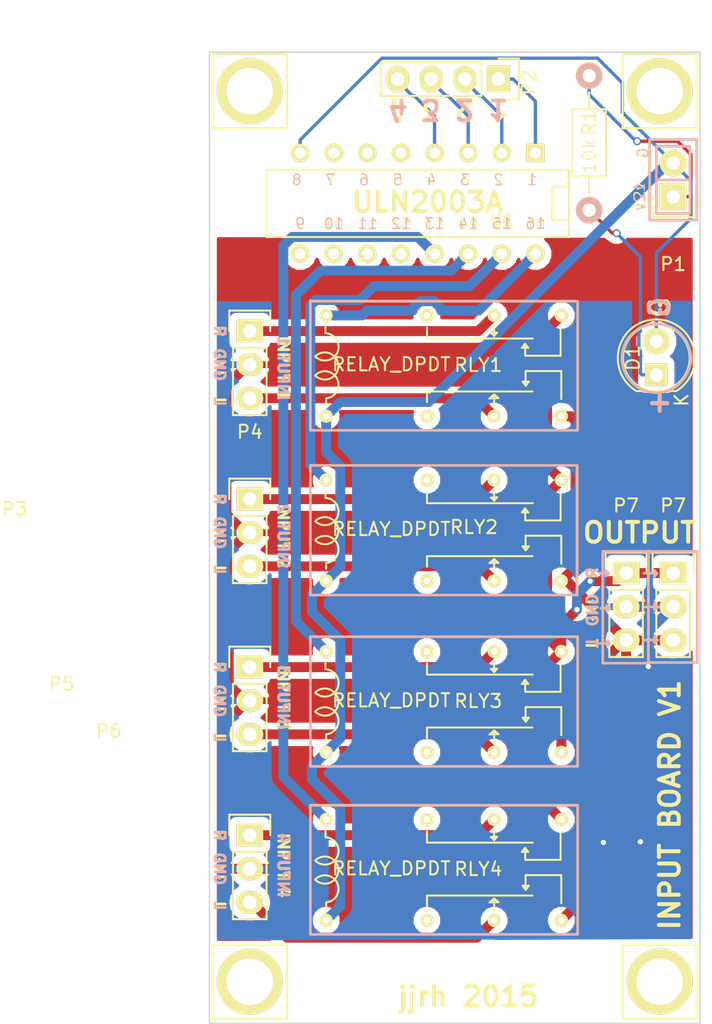
<source format=kicad_pcb>
(kicad_pcb (version 4) (host pcbnew 0.201506172246+5766~23~ubuntu14.04.1-product)

  (general
    (links 40)
    (no_connects 1)
    (area 99.58681 67.690999 153.730334 141.274001)
    (thickness 1.6)
    (drawings 169)
    (tracks 182)
    (zones 0)
    (modules 19)
    (nets 37)
  )

  (page A4)
  (layers
    (0 F.Cu signal)
    (31 B.Cu signal)
    (32 B.Adhes user)
    (33 F.Adhes user)
    (34 B.Paste user)
    (35 F.Paste user)
    (36 B.SilkS user)
    (37 F.SilkS user)
    (38 B.Mask user)
    (39 F.Mask user)
    (40 Dwgs.User user)
    (41 Cmts.User user)
    (42 Eco1.User user)
    (43 Eco2.User user)
    (44 Edge.Cuts user)
    (45 Margin user)
    (46 B.CrtYd user)
    (47 F.CrtYd user)
    (48 B.Fab user)
    (49 F.Fab user)
  )

  (setup
    (last_trace_width 0.25)
    (user_trace_width 0.75)
    (trace_clearance 0.2)
    (zone_clearance 0.508)
    (zone_45_only no)
    (trace_min 0.2)
    (segment_width 0.2)
    (edge_width 0.1)
    (via_size 0.6)
    (via_drill 0.4)
    (via_min_size 0.4)
    (via_min_drill 0.3)
    (uvia_size 0.3)
    (uvia_drill 0.1)
    (uvias_allowed no)
    (uvia_min_size 0.2)
    (uvia_min_drill 0.1)
    (pcb_text_width 0.3)
    (pcb_text_size 1.5 1.5)
    (mod_edge_width 0.15)
    (mod_text_size 1 1)
    (mod_text_width 0.15)
    (pad_size 1.5 1.5)
    (pad_drill 0.6)
    (pad_to_mask_clearance 0)
    (aux_axis_origin 0 0)
    (visible_elements FFFFFFFF)
    (pcbplotparams
      (layerselection 0x010f0_80000001)
      (usegerberextensions true)
      (excludeedgelayer true)
      (linewidth 0.100000)
      (plotframeref false)
      (viasonmask false)
      (mode 1)
      (useauxorigin false)
      (hpglpennumber 1)
      (hpglpenspeed 20)
      (hpglpendiameter 15)
      (hpglpenoverlay 2)
      (psnegative false)
      (psa4output false)
      (plotreference true)
      (plotvalue true)
      (plotinvisibletext false)
      (padsonsilk false)
      (subtractmaskfromsilk false)
      (outputformat 1)
      (mirror false)
      (drillshape 0)
      (scaleselection 1)
      (outputdirectory seeedstudio/))
  )

  (net 0 "")
  (net 1 +12V)
  (net 2 GND)
  (net 3 "Net-(P2-Pad1)")
  (net 4 "Net-(P2-Pad2)")
  (net 5 "Net-(P2-Pad3)")
  (net 6 "Net-(P2-Pad4)")
  (net 7 "Net-(RLY1-Pad1)")
  (net 8 "Net-(RLY1-Pad7)")
  (net 9 "Net-(RLY1-Pad2)")
  (net 10 R1_R_IN)
  (net 11 R1_L_IN)
  (net 12 R_OUT)
  (net 13 L_OUT)
  (net 14 "Net-(RLY2-Pad1)")
  (net 15 "Net-(RLY2-Pad7)")
  (net 16 "Net-(RLY2-Pad2)")
  (net 17 R2_R_IN)
  (net 18 R2_L_IN)
  (net 19 "Net-(RLY3-Pad1)")
  (net 20 "Net-(RLY3-Pad7)")
  (net 21 "Net-(RLY3-Pad2)")
  (net 22 R3_R_IN)
  (net 23 R3_L_IN)
  (net 24 "Net-(RLY4-Pad1)")
  (net 25 "Net-(RLY4-Pad7)")
  (net 26 "Net-(RLY4-Pad2)")
  (net 27 R4_R_IN)
  (net 28 R4_L_IN)
  (net 29 "Net-(U1-Pad5)")
  (net 30 "Net-(U1-Pad6)")
  (net 31 "Net-(U1-Pad7)")
  (net 32 "Net-(U1-Pad10)")
  (net 33 "Net-(U1-Pad11)")
  (net 34 "Net-(U1-Pad12)")
  (net 35 "Net-(D1-Pad1)")
  (net 36 R2_GND)

  (net_class Default "This is the default net class."
    (clearance 0.2)
    (trace_width 0.25)
    (via_dia 0.6)
    (via_drill 0.4)
    (uvia_dia 0.3)
    (uvia_drill 0.1)
    (add_net +12V)
    (add_net GND)
    (add_net L_OUT)
    (add_net "Net-(D1-Pad1)")
    (add_net "Net-(P2-Pad1)")
    (add_net "Net-(P2-Pad2)")
    (add_net "Net-(P2-Pad3)")
    (add_net "Net-(P2-Pad4)")
    (add_net "Net-(RLY1-Pad1)")
    (add_net "Net-(RLY1-Pad2)")
    (add_net "Net-(RLY1-Pad7)")
    (add_net "Net-(RLY2-Pad1)")
    (add_net "Net-(RLY2-Pad2)")
    (add_net "Net-(RLY2-Pad7)")
    (add_net "Net-(RLY3-Pad1)")
    (add_net "Net-(RLY3-Pad2)")
    (add_net "Net-(RLY3-Pad7)")
    (add_net "Net-(RLY4-Pad1)")
    (add_net "Net-(RLY4-Pad2)")
    (add_net "Net-(RLY4-Pad7)")
    (add_net "Net-(U1-Pad10)")
    (add_net "Net-(U1-Pad11)")
    (add_net "Net-(U1-Pad12)")
    (add_net "Net-(U1-Pad5)")
    (add_net "Net-(U1-Pad6)")
    (add_net "Net-(U1-Pad7)")
    (add_net R1_L_IN)
    (add_net R1_R_IN)
    (add_net R2_GND)
    (add_net R2_L_IN)
    (add_net R2_R_IN)
    (add_net R3_L_IN)
    (add_net R3_R_IN)
    (add_net R4_L_IN)
    (add_net R4_R_IN)
    (add_net R_OUT)
  )

  (net_class "analog signal" ""
    (clearance 0.2)
    (trace_width 0.75)
    (via_dia 0.6)
    (via_drill 0.4)
    (uvia_dia 0.3)
    (uvia_drill 0.1)
  )

  (module Pin_Headers:Pin_Header_Straight_1x03 (layer F.Cu) (tedit 0) (tstamp 55DAC2CF)
    (at 147.066 107.188)
    (descr "Through hole pin header")
    (tags "pin header")
    (path /55D7E34F)
    (fp_text reference P7 (at 0 -5.1) (layer F.SilkS)
      (effects (font (size 1 1) (thickness 0.15)))
    )
    (fp_text value OUTPUT (at 0 -3.1) (layer F.Fab)
      (effects (font (size 1 1) (thickness 0.15)))
    )
    (fp_line (start -1.75 -1.75) (end -1.75 6.85) (layer F.CrtYd) (width 0.05))
    (fp_line (start 1.75 -1.75) (end 1.75 6.85) (layer F.CrtYd) (width 0.05))
    (fp_line (start -1.75 -1.75) (end 1.75 -1.75) (layer F.CrtYd) (width 0.05))
    (fp_line (start -1.75 6.85) (end 1.75 6.85) (layer F.CrtYd) (width 0.05))
    (fp_line (start -1.27 1.27) (end -1.27 6.35) (layer F.SilkS) (width 0.15))
    (fp_line (start -1.27 6.35) (end 1.27 6.35) (layer F.SilkS) (width 0.15))
    (fp_line (start 1.27 6.35) (end 1.27 1.27) (layer F.SilkS) (width 0.15))
    (fp_line (start 1.55 -1.55) (end 1.55 0) (layer F.SilkS) (width 0.15))
    (fp_line (start 1.27 1.27) (end -1.27 1.27) (layer F.SilkS) (width 0.15))
    (fp_line (start -1.55 0) (end -1.55 -1.55) (layer F.SilkS) (width 0.15))
    (fp_line (start -1.55 -1.55) (end 1.55 -1.55) (layer F.SilkS) (width 0.15))
    (pad 1 thru_hole rect (at 0 0) (size 2.032 1.7272) (drill 1.016) (layers *.Cu *.Mask F.SilkS)
      (net 12 R_OUT))
    (pad 2 thru_hole oval (at 0 2.54) (size 2.032 1.7272) (drill 1.016) (layers *.Cu *.Mask F.SilkS)
      (net 36 R2_GND))
    (pad 3 thru_hole oval (at 0 5.08) (size 2.032 1.7272) (drill 1.016) (layers *.Cu *.Mask F.SilkS)
      (net 13 L_OUT))
    (model Pin_Headers.3dshapes/Pin_Header_Straight_1x03.wrl
      (at (xyz 0 -0.1 0))
      (scale (xyz 1 1 1))
      (rotate (xyz 0 0 90))
    )
  )

  (module Relays_ThroughHole:RY12w-k (layer F.Cu) (tedit 55D7C9D5) (tstamp 55D7ECD6)
    (at 123.19 86.614)
    (path /55C909E8)
    (fp_text reference RLY1 (at 12.7 4.85) (layer F.SilkS)
      (effects (font (size 1 1) (thickness 0.15)))
    )
    (fp_text value RELAY_DPDT (at 6.125 4.8) (layer F.SilkS)
      (effects (font (size 1 1) (thickness 0.15)))
    )
    (fp_line (start 1.15 2.425) (end 1.15 1.975) (layer F.SilkS) (width 0.15))
    (fp_line (start 1.2 7.375) (end 1.2 7.8) (layer F.SilkS) (width 0.15))
    (fp_arc (start 1.112132 3.480025) (end 1.15 2.45) (angle 222.8945173) (layer F.SilkS) (width 0.15))
    (fp_line (start 14.125 2.4) (end 13.9 2.65) (layer F.SilkS) (width 0.15))
    (fp_line (start 13.65 2.425) (end 14.125 2.4) (layer F.SilkS) (width 0.15))
    (fp_line (start 13.9 2.625) (end 13.65 2.425) (layer F.SilkS) (width 0.15))
    (fp_line (start 13.9 7.075) (end 13.9 7.1) (layer F.SilkS) (width 0.15))
    (fp_line (start 14.225 7.35) (end 13.9 7.075) (layer F.SilkS) (width 0.15))
    (fp_line (start 13.55 7.375) (end 14.225 7.35) (layer F.SilkS) (width 0.15))
    (fp_line (start 13.9 7.075) (end 13.55 7.375) (layer F.SilkS) (width 0.15))
    (fp_line (start 16 3.55) (end 16.225 3.25) (layer F.SilkS) (width 0.15))
    (fp_line (start 16.475 3.55) (end 16 3.55) (layer F.SilkS) (width 0.15))
    (fp_line (start 16.25 3.25) (end 16.475 3.55) (layer F.SilkS) (width 0.15))
    (fp_line (start 16.25 4.15) (end 16.25 3.25) (layer F.SilkS) (width 0.15))
    (fp_line (start 18.925 4.15) (end 16.25 4.15) (layer F.SilkS) (width 0.15))
    (fp_line (start 18.925 2.025) (end 18.925 4.15) (layer F.SilkS) (width 0.15))
    (fp_line (start 13.9 2.85) (end 16.825 2.85) (layer F.SilkS) (width 0.15))
    (fp_line (start 13.9 2.675) (end 13.9 1.875) (layer F.SilkS) (width 0.15))
    (fp_line (start 8.825 2.85) (end 13.9 2.85) (layer F.SilkS) (width 0.15))
    (fp_line (start 8.825 2.025) (end 8.825 2.85) (layer F.SilkS) (width 0.15))
    (fp_line (start 0 0) (end 0 9.8) (layer F.SilkS) (width 0.15))
    (fp_line (start 0 9.8) (end 20.2 9.8) (layer F.SilkS) (width 0.15))
    (fp_line (start 20.2 9.8) (end 20.2 0) (layer F.SilkS) (width 0.15))
    (fp_line (start 20.2 0) (end 0 0) (layer F.SilkS) (width 0.15))
    (fp_line (start 13.9 7.95) (end 13.9 7.125) (layer F.SilkS) (width 0.15))
    (fp_line (start 8.825 6.85) (end 8.825 7.65) (layer F.SilkS) (width 0.15))
    (fp_line (start 13.9 6.85) (end 8.825 6.85) (layer F.SilkS) (width 0.15))
    (fp_line (start 18.975 7.425) (end 18.975 5.3) (layer F.SilkS) (width 0.15))
    (fp_line (start 16.272981 5.307101) (end 18.947981 5.307101) (layer F.SilkS) (width 0.15))
    (fp_line (start 16.8 6.85) (end 13.875 6.85) (layer F.SilkS) (width 0.15))
    (fp_line (start 16.522981 6.107101) (end 16.297981 6.407101) (layer F.SilkS) (width 0.15))
    (fp_line (start 16.047981 6.107101) (end 16.522981 6.107101) (layer F.SilkS) (width 0.15))
    (fp_line (start 16.272981 6.407101) (end 16.047981 6.107101) (layer F.SilkS) (width 0.15))
    (fp_line (start 16.275 5.3) (end 16.275 6.2) (layer F.SilkS) (width 0.15))
    (fp_arc (start 1.1 4.925) (end 0.375216 4.200215) (angle 270) (layer F.SilkS) (width 0.15))
    (fp_arc (start 1.112131 6.343808) (end 0.387347 5.619023) (angle 220.129541) (layer F.SilkS) (width 0.15))
    (pad 1 thru_hole circle (at 1.2 1.1) (size 1 1) (drill 0.5) (layers *.Cu *.Mask F.SilkS)
      (net 7 "Net-(RLY1-Pad1)"))
    (pad 8 thru_hole circle (at 1.2 8.72) (size 1 1) (drill 0.5) (layers *.Cu *.Mask F.SilkS)
      (net 2 GND))
    (pad 7 thru_hole circle (at 8.82 8.72) (size 1 1) (drill 0.5) (layers *.Cu *.Mask F.SilkS)
      (net 8 "Net-(RLY1-Pad7)"))
    (pad 2 thru_hole circle (at 8.82 1.1) (size 1 1) (drill 0.5) (layers *.Cu *.Mask F.SilkS)
      (net 9 "Net-(RLY1-Pad2)"))
    (pad 3 thru_hole circle (at 13.9 1.1) (size 1 1) (drill 0.5) (layers *.Cu *.Mask F.SilkS)
      (net 10 R1_R_IN))
    (pad 6 thru_hole circle (at 13.9 8.72) (size 1 1) (drill 0.5) (layers *.Cu *.Mask F.SilkS)
      (net 11 R1_L_IN))
    (pad 4 thru_hole circle (at 18.98 1.1) (size 1 1) (drill 0.5) (layers *.Cu *.Mask F.SilkS)
      (net 12 R_OUT))
    (pad 5 thru_hole circle (at 18.98 8.72) (size 1 1) (drill 0.5) (layers *.Cu *.Mask F.SilkS)
      (net 13 L_OUT))
    (model Relays_ThroughHole.3dshapes/Relay_SPDS_OMRON-G6E.wrl
      (at (xyz 0.08 -0.33 0))
      (scale (xyz 1.3 1 1))
      (rotate (xyz 0 0 0))
    )
  )

  (module Pin_Headers:Pin_Header_Straight_1x02 (layer F.Cu) (tedit 55D8FDE4) (tstamp 55D7EC9E)
    (at 150.622 78.74 180)
    (descr "Through hole pin header")
    (tags "pin header")
    (path /55D7BCFF)
    (fp_text reference P1 (at 0 -5.1 180) (layer F.SilkS)
      (effects (font (size 1 1) (thickness 0.15)))
    )
    (fp_text value POWER (at 2.54 1.27 450) (layer F.Fab)
      (effects (font (size 1 1) (thickness 0.15)))
    )
    (fp_line (start 1.27 1.27) (end 1.27 3.81) (layer F.SilkS) (width 0.15))
    (fp_line (start 1.55 -1.55) (end 1.55 0) (layer F.SilkS) (width 0.15))
    (fp_line (start -1.75 -1.75) (end -1.75 4.3) (layer F.CrtYd) (width 0.05))
    (fp_line (start 1.75 -1.75) (end 1.75 4.3) (layer F.CrtYd) (width 0.05))
    (fp_line (start -1.75 -1.75) (end 1.75 -1.75) (layer F.CrtYd) (width 0.05))
    (fp_line (start -1.75 4.3) (end 1.75 4.3) (layer F.CrtYd) (width 0.05))
    (fp_line (start 1.27 1.27) (end -1.27 1.27) (layer F.SilkS) (width 0.15))
    (fp_line (start -1.55 0) (end -1.55 -1.55) (layer F.SilkS) (width 0.15))
    (fp_line (start -1.55 -1.55) (end 1.55 -1.55) (layer F.SilkS) (width 0.15))
    (fp_line (start -1.27 1.27) (end -1.27 3.81) (layer F.SilkS) (width 0.15))
    (fp_line (start -1.27 3.81) (end 1.27 3.81) (layer F.SilkS) (width 0.15))
    (pad 1 thru_hole rect (at 0 0 180) (size 2.032 2.032) (drill 1.016) (layers *.Cu *.Mask F.SilkS)
      (net 1 +12V))
    (pad 2 thru_hole oval (at 0 2.54 180) (size 2.032 2.032) (drill 1.016) (layers *.Cu *.Mask F.SilkS)
      (net 2 GND))
    (model Pin_Headers.3dshapes/Pin_Header_Straight_1x02.wrl
      (at (xyz 0 -0.05 0))
      (scale (xyz 1 1 1))
      (rotate (xyz 0 0 90))
    )
  )

  (module Pin_Headers:Pin_Header_Straight_1x04 (layer F.Cu) (tedit 55D93346) (tstamp 55D7ECA6)
    (at 137.414 69.85 270)
    (descr "Through hole pin header")
    (tags "pin header")
    (path /55CA4800)
    (fp_text reference P2 (at 0.254 -2.286 270) (layer F.SilkS)
      (effects (font (size 1 1) (thickness 0.15)))
    )
    (fp_text value CONN_01X04 (at -1.016 -3.302 270) (layer F.Fab)
      (effects (font (size 1 1) (thickness 0.15)))
    )
    (fp_line (start -1.75 -1.75) (end -1.75 9.4) (layer F.CrtYd) (width 0.05))
    (fp_line (start 1.75 -1.75) (end 1.75 9.4) (layer F.CrtYd) (width 0.05))
    (fp_line (start -1.75 -1.75) (end 1.75 -1.75) (layer F.CrtYd) (width 0.05))
    (fp_line (start -1.75 9.4) (end 1.75 9.4) (layer F.CrtYd) (width 0.05))
    (fp_line (start -1.27 1.27) (end -1.27 8.89) (layer F.SilkS) (width 0.15))
    (fp_line (start 1.27 1.27) (end 1.27 8.89) (layer F.SilkS) (width 0.15))
    (fp_line (start 1.55 -1.55) (end 1.55 0) (layer F.SilkS) (width 0.15))
    (fp_line (start -1.27 8.89) (end 1.27 8.89) (layer F.SilkS) (width 0.15))
    (fp_line (start 1.27 1.27) (end -1.27 1.27) (layer F.SilkS) (width 0.15))
    (fp_line (start -1.55 0) (end -1.55 -1.55) (layer F.SilkS) (width 0.15))
    (fp_line (start -1.55 -1.55) (end 1.55 -1.55) (layer F.SilkS) (width 0.15))
    (pad 1 thru_hole rect (at 0 0 270) (size 2.032 1.7272) (drill 1.016) (layers *.Cu *.Mask F.SilkS)
      (net 3 "Net-(P2-Pad1)"))
    (pad 2 thru_hole oval (at 0 2.54 270) (size 2.032 1.7272) (drill 1.016) (layers *.Cu *.Mask F.SilkS)
      (net 4 "Net-(P2-Pad2)"))
    (pad 3 thru_hole oval (at 0 5.08 270) (size 2.032 1.7272) (drill 1.016) (layers *.Cu *.Mask F.SilkS)
      (net 5 "Net-(P2-Pad3)"))
    (pad 4 thru_hole oval (at 0 7.62 270) (size 2.032 1.7272) (drill 1.016) (layers *.Cu *.Mask F.SilkS)
      (net 6 "Net-(P2-Pad4)"))
    (model Pin_Headers.3dshapes/Pin_Header_Straight_1x04.wrl
      (at (xyz 0 -0.15 0))
      (scale (xyz 1 1 1))
      (rotate (xyz 0 0 90))
    )
  )

  (module Relays_ThroughHole:RY12w-k (layer F.Cu) (tedit 55D918B6) (tstamp 55D7ED06)
    (at 123.19 99.06)
    (path /55CA3C4E)
    (fp_text reference RLY2 (at 12.376 4.656) (layer F.SilkS)
      (effects (font (size 1 1) (thickness 0.15)))
    )
    (fp_text value RELAY_DPDT (at 6.125 4.8) (layer F.SilkS)
      (effects (font (size 1 1) (thickness 0.15)))
    )
    (fp_line (start 1.15 2.425) (end 1.15 1.975) (layer F.SilkS) (width 0.15))
    (fp_line (start 1.2 7.375) (end 1.2 7.8) (layer F.SilkS) (width 0.15))
    (fp_arc (start 1.112132 3.480025) (end 1.15 2.45) (angle 222.8945173) (layer F.SilkS) (width 0.15))
    (fp_line (start 14.125 2.4) (end 13.9 2.65) (layer F.SilkS) (width 0.15))
    (fp_line (start 13.65 2.425) (end 14.125 2.4) (layer F.SilkS) (width 0.15))
    (fp_line (start 13.9 2.625) (end 13.65 2.425) (layer F.SilkS) (width 0.15))
    (fp_line (start 13.9 7.075) (end 13.9 7.1) (layer F.SilkS) (width 0.15))
    (fp_line (start 14.225 7.35) (end 13.9 7.075) (layer F.SilkS) (width 0.15))
    (fp_line (start 13.55 7.375) (end 14.225 7.35) (layer F.SilkS) (width 0.15))
    (fp_line (start 13.9 7.075) (end 13.55 7.375) (layer F.SilkS) (width 0.15))
    (fp_line (start 16 3.55) (end 16.225 3.25) (layer F.SilkS) (width 0.15))
    (fp_line (start 16.475 3.55) (end 16 3.55) (layer F.SilkS) (width 0.15))
    (fp_line (start 16.25 3.25) (end 16.475 3.55) (layer F.SilkS) (width 0.15))
    (fp_line (start 16.25 4.15) (end 16.25 3.25) (layer F.SilkS) (width 0.15))
    (fp_line (start 18.925 4.15) (end 16.25 4.15) (layer F.SilkS) (width 0.15))
    (fp_line (start 18.925 2.025) (end 18.925 4.15) (layer F.SilkS) (width 0.15))
    (fp_line (start 13.9 2.85) (end 16.825 2.85) (layer F.SilkS) (width 0.15))
    (fp_line (start 13.9 2.675) (end 13.9 1.875) (layer F.SilkS) (width 0.15))
    (fp_line (start 8.825 2.85) (end 13.9 2.85) (layer F.SilkS) (width 0.15))
    (fp_line (start 8.825 2.025) (end 8.825 2.85) (layer F.SilkS) (width 0.15))
    (fp_line (start 0 0) (end 0 9.8) (layer F.SilkS) (width 0.15))
    (fp_line (start 0 9.8) (end 20.2 9.8) (layer F.SilkS) (width 0.15))
    (fp_line (start 20.2 9.8) (end 20.2 0) (layer F.SilkS) (width 0.15))
    (fp_line (start 20.2 0) (end 0 0) (layer F.SilkS) (width 0.15))
    (fp_line (start 13.9 7.95) (end 13.9 7.125) (layer F.SilkS) (width 0.15))
    (fp_line (start 8.825 6.85) (end 8.825 7.65) (layer F.SilkS) (width 0.15))
    (fp_line (start 13.9 6.85) (end 8.825 6.85) (layer F.SilkS) (width 0.15))
    (fp_line (start 18.975 7.425) (end 18.975 5.3) (layer F.SilkS) (width 0.15))
    (fp_line (start 16.272981 5.307101) (end 18.947981 5.307101) (layer F.SilkS) (width 0.15))
    (fp_line (start 16.8 6.85) (end 13.875 6.85) (layer F.SilkS) (width 0.15))
    (fp_line (start 16.522981 6.107101) (end 16.297981 6.407101) (layer F.SilkS) (width 0.15))
    (fp_line (start 16.047981 6.107101) (end 16.522981 6.107101) (layer F.SilkS) (width 0.15))
    (fp_line (start 16.272981 6.407101) (end 16.047981 6.107101) (layer F.SilkS) (width 0.15))
    (fp_line (start 16.275 5.3) (end 16.275 6.2) (layer F.SilkS) (width 0.15))
    (fp_arc (start 1.1 4.925) (end 0.375216 4.200215) (angle 270) (layer F.SilkS) (width 0.15))
    (fp_arc (start 1.112131 6.343808) (end 0.387347 5.619023) (angle 220.129541) (layer F.SilkS) (width 0.15))
    (pad 1 thru_hole circle (at 1.2 1.1) (size 1 1) (drill 0.5) (layers *.Cu *.Mask F.SilkS)
      (net 14 "Net-(RLY2-Pad1)"))
    (pad 8 thru_hole circle (at 1.2 8.72) (size 1 1) (drill 0.5) (layers *.Cu *.Mask F.SilkS)
      (net 2 GND))
    (pad 7 thru_hole circle (at 8.82 8.72) (size 1 1) (drill 0.5) (layers *.Cu *.Mask F.SilkS)
      (net 15 "Net-(RLY2-Pad7)"))
    (pad 2 thru_hole circle (at 8.82 1.1) (size 1 1) (drill 0.5) (layers *.Cu *.Mask F.SilkS)
      (net 16 "Net-(RLY2-Pad2)"))
    (pad 3 thru_hole circle (at 13.9 1.1) (size 1 1) (drill 0.5) (layers *.Cu *.Mask F.SilkS)
      (net 17 R2_R_IN))
    (pad 6 thru_hole circle (at 13.9 8.72) (size 1 1) (drill 0.5) (layers *.Cu *.Mask F.SilkS)
      (net 18 R2_L_IN))
    (pad 4 thru_hole circle (at 18.98 1.1) (size 1 1) (drill 0.5) (layers *.Cu *.Mask F.SilkS)
      (net 12 R_OUT))
    (pad 5 thru_hole circle (at 18.98 8.72) (size 1 1) (drill 0.5) (layers *.Cu *.Mask F.SilkS)
      (net 13 L_OUT))
    (model Relays_ThroughHole.3dshapes/Relay_SPDS_OMRON-G6E.wrl
      (at (xyz 0.08 -0.33 0))
      (scale (xyz 1.3 1 1))
      (rotate (xyz 0 0 0))
    )
  )

  (module Relays_ThroughHole:RY12w-k (layer F.Cu) (tedit 55D7C9D5) (tstamp 55D7ED36)
    (at 123.19 112.014)
    (path /55CA3C6A)
    (fp_text reference RLY3 (at 12.7 4.85) (layer F.SilkS)
      (effects (font (size 1 1) (thickness 0.15)))
    )
    (fp_text value RELAY_DPDT (at 6.125 4.8) (layer F.SilkS)
      (effects (font (size 1 1) (thickness 0.15)))
    )
    (fp_line (start 1.15 2.425) (end 1.15 1.975) (layer F.SilkS) (width 0.15))
    (fp_line (start 1.2 7.375) (end 1.2 7.8) (layer F.SilkS) (width 0.15))
    (fp_arc (start 1.112132 3.480025) (end 1.15 2.45) (angle 222.8945173) (layer F.SilkS) (width 0.15))
    (fp_line (start 14.125 2.4) (end 13.9 2.65) (layer F.SilkS) (width 0.15))
    (fp_line (start 13.65 2.425) (end 14.125 2.4) (layer F.SilkS) (width 0.15))
    (fp_line (start 13.9 2.625) (end 13.65 2.425) (layer F.SilkS) (width 0.15))
    (fp_line (start 13.9 7.075) (end 13.9 7.1) (layer F.SilkS) (width 0.15))
    (fp_line (start 14.225 7.35) (end 13.9 7.075) (layer F.SilkS) (width 0.15))
    (fp_line (start 13.55 7.375) (end 14.225 7.35) (layer F.SilkS) (width 0.15))
    (fp_line (start 13.9 7.075) (end 13.55 7.375) (layer F.SilkS) (width 0.15))
    (fp_line (start 16 3.55) (end 16.225 3.25) (layer F.SilkS) (width 0.15))
    (fp_line (start 16.475 3.55) (end 16 3.55) (layer F.SilkS) (width 0.15))
    (fp_line (start 16.25 3.25) (end 16.475 3.55) (layer F.SilkS) (width 0.15))
    (fp_line (start 16.25 4.15) (end 16.25 3.25) (layer F.SilkS) (width 0.15))
    (fp_line (start 18.925 4.15) (end 16.25 4.15) (layer F.SilkS) (width 0.15))
    (fp_line (start 18.925 2.025) (end 18.925 4.15) (layer F.SilkS) (width 0.15))
    (fp_line (start 13.9 2.85) (end 16.825 2.85) (layer F.SilkS) (width 0.15))
    (fp_line (start 13.9 2.675) (end 13.9 1.875) (layer F.SilkS) (width 0.15))
    (fp_line (start 8.825 2.85) (end 13.9 2.85) (layer F.SilkS) (width 0.15))
    (fp_line (start 8.825 2.025) (end 8.825 2.85) (layer F.SilkS) (width 0.15))
    (fp_line (start 0 0) (end 0 9.8) (layer F.SilkS) (width 0.15))
    (fp_line (start 0 9.8) (end 20.2 9.8) (layer F.SilkS) (width 0.15))
    (fp_line (start 20.2 9.8) (end 20.2 0) (layer F.SilkS) (width 0.15))
    (fp_line (start 20.2 0) (end 0 0) (layer F.SilkS) (width 0.15))
    (fp_line (start 13.9 7.95) (end 13.9 7.125) (layer F.SilkS) (width 0.15))
    (fp_line (start 8.825 6.85) (end 8.825 7.65) (layer F.SilkS) (width 0.15))
    (fp_line (start 13.9 6.85) (end 8.825 6.85) (layer F.SilkS) (width 0.15))
    (fp_line (start 18.975 7.425) (end 18.975 5.3) (layer F.SilkS) (width 0.15))
    (fp_line (start 16.272981 5.307101) (end 18.947981 5.307101) (layer F.SilkS) (width 0.15))
    (fp_line (start 16.8 6.85) (end 13.875 6.85) (layer F.SilkS) (width 0.15))
    (fp_line (start 16.522981 6.107101) (end 16.297981 6.407101) (layer F.SilkS) (width 0.15))
    (fp_line (start 16.047981 6.107101) (end 16.522981 6.107101) (layer F.SilkS) (width 0.15))
    (fp_line (start 16.272981 6.407101) (end 16.047981 6.107101) (layer F.SilkS) (width 0.15))
    (fp_line (start 16.275 5.3) (end 16.275 6.2) (layer F.SilkS) (width 0.15))
    (fp_arc (start 1.1 4.925) (end 0.375216 4.200215) (angle 270) (layer F.SilkS) (width 0.15))
    (fp_arc (start 1.112131 6.343808) (end 0.387347 5.619023) (angle 220.129541) (layer F.SilkS) (width 0.15))
    (pad 1 thru_hole circle (at 1.2 1.1) (size 1 1) (drill 0.5) (layers *.Cu *.Mask F.SilkS)
      (net 19 "Net-(RLY3-Pad1)"))
    (pad 8 thru_hole circle (at 1.2 8.72) (size 1 1) (drill 0.5) (layers *.Cu *.Mask F.SilkS)
      (net 2 GND))
    (pad 7 thru_hole circle (at 8.82 8.72) (size 1 1) (drill 0.5) (layers *.Cu *.Mask F.SilkS)
      (net 20 "Net-(RLY3-Pad7)"))
    (pad 2 thru_hole circle (at 8.82 1.1) (size 1 1) (drill 0.5) (layers *.Cu *.Mask F.SilkS)
      (net 21 "Net-(RLY3-Pad2)"))
    (pad 3 thru_hole circle (at 13.9 1.1) (size 1 1) (drill 0.5) (layers *.Cu *.Mask F.SilkS)
      (net 22 R3_R_IN))
    (pad 6 thru_hole circle (at 13.9 8.72) (size 1 1) (drill 0.5) (layers *.Cu *.Mask F.SilkS)
      (net 23 R3_L_IN))
    (pad 4 thru_hole circle (at 18.98 1.1) (size 1 1) (drill 0.5) (layers *.Cu *.Mask F.SilkS)
      (net 12 R_OUT))
    (pad 5 thru_hole circle (at 18.98 8.72) (size 1 1) (drill 0.5) (layers *.Cu *.Mask F.SilkS)
      (net 13 L_OUT))
    (model Relays_ThroughHole.3dshapes/Relay_SPDS_OMRON-G6E.wrl
      (at (xyz 0.08 -0.33 0))
      (scale (xyz 1.3 1 1))
      (rotate (xyz 0 0 0))
    )
  )

  (module Relays_ThroughHole:RY12w-k (layer F.Cu) (tedit 55D7C9D5) (tstamp 55D7ED66)
    (at 123.19 124.714)
    (path /55CA3CE3)
    (fp_text reference RLY4 (at 12.7 4.85) (layer F.SilkS)
      (effects (font (size 1 1) (thickness 0.15)))
    )
    (fp_text value RELAY_DPDT (at 6.125 4.8) (layer F.SilkS)
      (effects (font (size 1 1) (thickness 0.15)))
    )
    (fp_line (start 1.15 2.425) (end 1.15 1.975) (layer F.SilkS) (width 0.15))
    (fp_line (start 1.2 7.375) (end 1.2 7.8) (layer F.SilkS) (width 0.15))
    (fp_arc (start 1.112132 3.480025) (end 1.15 2.45) (angle 222.8945173) (layer F.SilkS) (width 0.15))
    (fp_line (start 14.125 2.4) (end 13.9 2.65) (layer F.SilkS) (width 0.15))
    (fp_line (start 13.65 2.425) (end 14.125 2.4) (layer F.SilkS) (width 0.15))
    (fp_line (start 13.9 2.625) (end 13.65 2.425) (layer F.SilkS) (width 0.15))
    (fp_line (start 13.9 7.075) (end 13.9 7.1) (layer F.SilkS) (width 0.15))
    (fp_line (start 14.225 7.35) (end 13.9 7.075) (layer F.SilkS) (width 0.15))
    (fp_line (start 13.55 7.375) (end 14.225 7.35) (layer F.SilkS) (width 0.15))
    (fp_line (start 13.9 7.075) (end 13.55 7.375) (layer F.SilkS) (width 0.15))
    (fp_line (start 16 3.55) (end 16.225 3.25) (layer F.SilkS) (width 0.15))
    (fp_line (start 16.475 3.55) (end 16 3.55) (layer F.SilkS) (width 0.15))
    (fp_line (start 16.25 3.25) (end 16.475 3.55) (layer F.SilkS) (width 0.15))
    (fp_line (start 16.25 4.15) (end 16.25 3.25) (layer F.SilkS) (width 0.15))
    (fp_line (start 18.925 4.15) (end 16.25 4.15) (layer F.SilkS) (width 0.15))
    (fp_line (start 18.925 2.025) (end 18.925 4.15) (layer F.SilkS) (width 0.15))
    (fp_line (start 13.9 2.85) (end 16.825 2.85) (layer F.SilkS) (width 0.15))
    (fp_line (start 13.9 2.675) (end 13.9 1.875) (layer F.SilkS) (width 0.15))
    (fp_line (start 8.825 2.85) (end 13.9 2.85) (layer F.SilkS) (width 0.15))
    (fp_line (start 8.825 2.025) (end 8.825 2.85) (layer F.SilkS) (width 0.15))
    (fp_line (start 0 0) (end 0 9.8) (layer F.SilkS) (width 0.15))
    (fp_line (start 0 9.8) (end 20.2 9.8) (layer F.SilkS) (width 0.15))
    (fp_line (start 20.2 9.8) (end 20.2 0) (layer F.SilkS) (width 0.15))
    (fp_line (start 20.2 0) (end 0 0) (layer F.SilkS) (width 0.15))
    (fp_line (start 13.9 7.95) (end 13.9 7.125) (layer F.SilkS) (width 0.15))
    (fp_line (start 8.825 6.85) (end 8.825 7.65) (layer F.SilkS) (width 0.15))
    (fp_line (start 13.9 6.85) (end 8.825 6.85) (layer F.SilkS) (width 0.15))
    (fp_line (start 18.975 7.425) (end 18.975 5.3) (layer F.SilkS) (width 0.15))
    (fp_line (start 16.272981 5.307101) (end 18.947981 5.307101) (layer F.SilkS) (width 0.15))
    (fp_line (start 16.8 6.85) (end 13.875 6.85) (layer F.SilkS) (width 0.15))
    (fp_line (start 16.522981 6.107101) (end 16.297981 6.407101) (layer F.SilkS) (width 0.15))
    (fp_line (start 16.047981 6.107101) (end 16.522981 6.107101) (layer F.SilkS) (width 0.15))
    (fp_line (start 16.272981 6.407101) (end 16.047981 6.107101) (layer F.SilkS) (width 0.15))
    (fp_line (start 16.275 5.3) (end 16.275 6.2) (layer F.SilkS) (width 0.15))
    (fp_arc (start 1.1 4.925) (end 0.375216 4.200215) (angle 270) (layer F.SilkS) (width 0.15))
    (fp_arc (start 1.112131 6.343808) (end 0.387347 5.619023) (angle 220.129541) (layer F.SilkS) (width 0.15))
    (pad 1 thru_hole circle (at 1.2 1.1) (size 1 1) (drill 0.5) (layers *.Cu *.Mask F.SilkS)
      (net 24 "Net-(RLY4-Pad1)"))
    (pad 8 thru_hole circle (at 1.2 8.72) (size 1 1) (drill 0.5) (layers *.Cu *.Mask F.SilkS)
      (net 2 GND))
    (pad 7 thru_hole circle (at 8.82 8.72) (size 1 1) (drill 0.5) (layers *.Cu *.Mask F.SilkS)
      (net 25 "Net-(RLY4-Pad7)"))
    (pad 2 thru_hole circle (at 8.82 1.1) (size 1 1) (drill 0.5) (layers *.Cu *.Mask F.SilkS)
      (net 26 "Net-(RLY4-Pad2)"))
    (pad 3 thru_hole circle (at 13.9 1.1) (size 1 1) (drill 0.5) (layers *.Cu *.Mask F.SilkS)
      (net 27 R4_R_IN))
    (pad 6 thru_hole circle (at 13.9 8.72) (size 1 1) (drill 0.5) (layers *.Cu *.Mask F.SilkS)
      (net 28 R4_L_IN))
    (pad 4 thru_hole circle (at 18.98 1.1) (size 1 1) (drill 0.5) (layers *.Cu *.Mask F.SilkS)
      (net 12 R_OUT))
    (pad 5 thru_hole circle (at 18.98 8.72) (size 1 1) (drill 0.5) (layers *.Cu *.Mask F.SilkS)
      (net 13 L_OUT))
    (model Relays_ThroughHole.3dshapes/Relay_SPDS_OMRON-G6E.wrl
      (at (xyz 0.08 -0.33 0))
      (scale (xyz 1.3 1 1))
      (rotate (xyz 0 0 0))
    )
  )

  (module Sockets_DIP:DIP-16__300 (layer F.Cu) (tedit 0) (tstamp 55D7ED7A)
    (at 131.318 79.248 180)
    (descr "16 pins DIL package, round pads")
    (tags DIL)
    (path /55C90C2E)
    (fp_text reference U1 (at -6.35 -1.27 180) (layer F.SilkS)
      (effects (font (size 1 1) (thickness 0.15)))
    )
    (fp_text value ULN2003A (at 2.54 1.27 180) (layer F.Fab)
      (effects (font (size 1 1) (thickness 0.15)))
    )
    (fp_line (start -11.43 -1.27) (end -11.43 -1.27) (layer F.SilkS) (width 0.15))
    (fp_line (start -11.43 -1.27) (end -10.16 -1.27) (layer F.SilkS) (width 0.15))
    (fp_line (start -10.16 -1.27) (end -10.16 1.27) (layer F.SilkS) (width 0.15))
    (fp_line (start -10.16 1.27) (end -11.43 1.27) (layer F.SilkS) (width 0.15))
    (fp_line (start -11.43 -2.54) (end 11.43 -2.54) (layer F.SilkS) (width 0.15))
    (fp_line (start 11.43 -2.54) (end 11.43 2.54) (layer F.SilkS) (width 0.15))
    (fp_line (start 11.43 2.54) (end -11.43 2.54) (layer F.SilkS) (width 0.15))
    (fp_line (start -11.43 2.54) (end -11.43 -2.54) (layer F.SilkS) (width 0.15))
    (pad 1 thru_hole rect (at -8.89 3.81 180) (size 1.397 1.397) (drill 0.8128) (layers *.Cu *.Mask F.SilkS)
      (net 3 "Net-(P2-Pad1)"))
    (pad 2 thru_hole circle (at -6.35 3.81 180) (size 1.397 1.397) (drill 0.8128) (layers *.Cu *.Mask F.SilkS)
      (net 4 "Net-(P2-Pad2)"))
    (pad 3 thru_hole circle (at -3.81 3.81 180) (size 1.397 1.397) (drill 0.8128) (layers *.Cu *.Mask F.SilkS)
      (net 5 "Net-(P2-Pad3)"))
    (pad 4 thru_hole circle (at -1.27 3.81 180) (size 1.397 1.397) (drill 0.8128) (layers *.Cu *.Mask F.SilkS)
      (net 6 "Net-(P2-Pad4)"))
    (pad 5 thru_hole circle (at 1.27 3.81 180) (size 1.397 1.397) (drill 0.8128) (layers *.Cu *.Mask F.SilkS)
      (net 29 "Net-(U1-Pad5)"))
    (pad 6 thru_hole circle (at 3.81 3.81 180) (size 1.397 1.397) (drill 0.8128) (layers *.Cu *.Mask F.SilkS)
      (net 30 "Net-(U1-Pad6)"))
    (pad 7 thru_hole circle (at 6.35 3.81 180) (size 1.397 1.397) (drill 0.8128) (layers *.Cu *.Mask F.SilkS)
      (net 31 "Net-(U1-Pad7)"))
    (pad 8 thru_hole circle (at 8.89 3.81 180) (size 1.397 1.397) (drill 0.8128) (layers *.Cu *.Mask F.SilkS)
      (net 2 GND))
    (pad 9 thru_hole circle (at 8.89 -3.81 180) (size 1.397 1.397) (drill 0.8128) (layers *.Cu *.Mask F.SilkS)
      (net 1 +12V))
    (pad 10 thru_hole circle (at 6.35 -3.81 180) (size 1.397 1.397) (drill 0.8128) (layers *.Cu *.Mask F.SilkS)
      (net 32 "Net-(U1-Pad10)"))
    (pad 11 thru_hole circle (at 3.81 -3.81 180) (size 1.397 1.397) (drill 0.8128) (layers *.Cu *.Mask F.SilkS)
      (net 33 "Net-(U1-Pad11)"))
    (pad 12 thru_hole circle (at 1.27 -3.81 180) (size 1.397 1.397) (drill 0.8128) (layers *.Cu *.Mask F.SilkS)
      (net 34 "Net-(U1-Pad12)"))
    (pad 13 thru_hole circle (at -1.27 -3.81 180) (size 1.397 1.397) (drill 0.8128) (layers *.Cu *.Mask F.SilkS)
      (net 24 "Net-(RLY4-Pad1)"))
    (pad 14 thru_hole circle (at -3.81 -3.81 180) (size 1.397 1.397) (drill 0.8128) (layers *.Cu *.Mask F.SilkS)
      (net 19 "Net-(RLY3-Pad1)"))
    (pad 15 thru_hole circle (at -6.35 -3.81 180) (size 1.397 1.397) (drill 0.8128) (layers *.Cu *.Mask F.SilkS)
      (net 14 "Net-(RLY2-Pad1)"))
    (pad 16 thru_hole circle (at -8.89 -3.81 180) (size 1.397 1.397) (drill 0.8128) (layers *.Cu *.Mask F.SilkS)
      (net 7 "Net-(RLY1-Pad1)"))
    (model Sockets_DIP.3dshapes/DIP-16__300.wrl
      (at (xyz 0 0 0))
      (scale (xyz 1 1 1))
      (rotate (xyz 0 0 0))
    )
  )

  (module Pin_Headers:Pin_Header_Straight_1x03 (layer F.Cu) (tedit 55D91681) (tstamp 55D7EECC)
    (at 118.618 88.9)
    (descr "Through hole pin header")
    (tags "pin header")
    (path /55D7DD92)
    (fp_text reference P3 (at -17.78 13.462) (layer F.SilkS)
      (effects (font (size 1 1) (thickness 0.15)))
    )
    (fp_text value INPUT_1 (at 0 -3.1) (layer F.Fab)
      (effects (font (size 1 1) (thickness 0.15)))
    )
    (fp_line (start -1.75 -1.75) (end -1.75 6.85) (layer F.CrtYd) (width 0.05))
    (fp_line (start 1.75 -1.75) (end 1.75 6.85) (layer F.CrtYd) (width 0.05))
    (fp_line (start -1.75 -1.75) (end 1.75 -1.75) (layer F.CrtYd) (width 0.05))
    (fp_line (start -1.75 6.85) (end 1.75 6.85) (layer F.CrtYd) (width 0.05))
    (fp_line (start -1.27 1.27) (end -1.27 6.35) (layer F.SilkS) (width 0.15))
    (fp_line (start -1.27 6.35) (end 1.27 6.35) (layer F.SilkS) (width 0.15))
    (fp_line (start 1.27 6.35) (end 1.27 1.27) (layer F.SilkS) (width 0.15))
    (fp_line (start 1.55 -1.55) (end 1.55 0) (layer F.SilkS) (width 0.15))
    (fp_line (start 1.27 1.27) (end -1.27 1.27) (layer F.SilkS) (width 0.15))
    (fp_line (start -1.55 0) (end -1.55 -1.55) (layer F.SilkS) (width 0.15))
    (fp_line (start -1.55 -1.55) (end 1.55 -1.55) (layer F.SilkS) (width 0.15))
    (pad 1 thru_hole rect (at 0 0) (size 2.032 1.7272) (drill 1.016) (layers *.Cu *.Mask F.SilkS)
      (net 10 R1_R_IN))
    (pad 2 thru_hole oval (at 0 2.54) (size 2.032 1.7272) (drill 1.016) (layers *.Cu *.Mask F.SilkS)
      (net 36 R2_GND))
    (pad 3 thru_hole oval (at 0 5.08) (size 2.032 1.7272) (drill 1.016) (layers *.Cu *.Mask F.SilkS)
      (net 11 R1_L_IN))
    (model Pin_Headers.3dshapes/Pin_Header_Straight_1x03.wrl
      (at (xyz 0 -0.1 0))
      (scale (xyz 1 1 1))
      (rotate (xyz 0 0 90))
    )
  )

  (module Pin_Headers:Pin_Header_Straight_1x03 (layer F.Cu) (tedit 0) (tstamp 55D7EED3)
    (at 118.618 101.6)
    (descr "Through hole pin header")
    (tags "pin header")
    (path /55D7DDF9)
    (fp_text reference P4 (at 0 -5.08) (layer F.SilkS)
      (effects (font (size 1 1) (thickness 0.15)))
    )
    (fp_text value INPUT_2 (at 0 -3.1) (layer F.Fab)
      (effects (font (size 1 1) (thickness 0.15)))
    )
    (fp_line (start -1.75 -1.75) (end -1.75 6.85) (layer F.CrtYd) (width 0.05))
    (fp_line (start 1.75 -1.75) (end 1.75 6.85) (layer F.CrtYd) (width 0.05))
    (fp_line (start -1.75 -1.75) (end 1.75 -1.75) (layer F.CrtYd) (width 0.05))
    (fp_line (start -1.75 6.85) (end 1.75 6.85) (layer F.CrtYd) (width 0.05))
    (fp_line (start -1.27 1.27) (end -1.27 6.35) (layer F.SilkS) (width 0.15))
    (fp_line (start -1.27 6.35) (end 1.27 6.35) (layer F.SilkS) (width 0.15))
    (fp_line (start 1.27 6.35) (end 1.27 1.27) (layer F.SilkS) (width 0.15))
    (fp_line (start 1.55 -1.55) (end 1.55 0) (layer F.SilkS) (width 0.15))
    (fp_line (start 1.27 1.27) (end -1.27 1.27) (layer F.SilkS) (width 0.15))
    (fp_line (start -1.55 0) (end -1.55 -1.55) (layer F.SilkS) (width 0.15))
    (fp_line (start -1.55 -1.55) (end 1.55 -1.55) (layer F.SilkS) (width 0.15))
    (pad 1 thru_hole rect (at 0 0) (size 2.032 1.7272) (drill 1.016) (layers *.Cu *.Mask F.SilkS)
      (net 17 R2_R_IN))
    (pad 2 thru_hole oval (at 0 2.54) (size 2.032 1.7272) (drill 1.016) (layers *.Cu *.Mask F.SilkS)
      (net 36 R2_GND))
    (pad 3 thru_hole oval (at 0 5.08) (size 2.032 1.7272) (drill 1.016) (layers *.Cu *.Mask F.SilkS)
      (net 18 R2_L_IN))
    (model Pin_Headers.3dshapes/Pin_Header_Straight_1x03.wrl
      (at (xyz 0 -0.1 0))
      (scale (xyz 1 1 1))
      (rotate (xyz 0 0 90))
    )
  )

  (module Pin_Headers:Pin_Header_Straight_1x03 (layer F.Cu) (tedit 55D9167F) (tstamp 55D7EEDA)
    (at 118.618 114.3)
    (descr "Through hole pin header")
    (tags "pin header")
    (path /55D7DE4E)
    (fp_text reference P5 (at -14.224 1.27) (layer F.SilkS)
      (effects (font (size 1 1) (thickness 0.15)))
    )
    (fp_text value INPUT_3 (at 0 -3.1) (layer F.Fab)
      (effects (font (size 1 1) (thickness 0.15)))
    )
    (fp_line (start -1.75 -1.75) (end -1.75 6.85) (layer F.CrtYd) (width 0.05))
    (fp_line (start 1.75 -1.75) (end 1.75 6.85) (layer F.CrtYd) (width 0.05))
    (fp_line (start -1.75 -1.75) (end 1.75 -1.75) (layer F.CrtYd) (width 0.05))
    (fp_line (start -1.75 6.85) (end 1.75 6.85) (layer F.CrtYd) (width 0.05))
    (fp_line (start -1.27 1.27) (end -1.27 6.35) (layer F.SilkS) (width 0.15))
    (fp_line (start -1.27 6.35) (end 1.27 6.35) (layer F.SilkS) (width 0.15))
    (fp_line (start 1.27 6.35) (end 1.27 1.27) (layer F.SilkS) (width 0.15))
    (fp_line (start 1.55 -1.55) (end 1.55 0) (layer F.SilkS) (width 0.15))
    (fp_line (start 1.27 1.27) (end -1.27 1.27) (layer F.SilkS) (width 0.15))
    (fp_line (start -1.55 0) (end -1.55 -1.55) (layer F.SilkS) (width 0.15))
    (fp_line (start -1.55 -1.55) (end 1.55 -1.55) (layer F.SilkS) (width 0.15))
    (pad 1 thru_hole rect (at 0 0) (size 2.032 1.7272) (drill 1.016) (layers *.Cu *.Mask F.SilkS)
      (net 22 R3_R_IN))
    (pad 2 thru_hole oval (at 0 2.54) (size 2.032 1.7272) (drill 1.016) (layers *.Cu *.Mask F.SilkS)
      (net 36 R2_GND))
    (pad 3 thru_hole oval (at 0 5.08) (size 2.032 1.7272) (drill 1.016) (layers *.Cu *.Mask F.SilkS)
      (net 23 R3_L_IN))
    (model Pin_Headers.3dshapes/Pin_Header_Straight_1x03.wrl
      (at (xyz 0 -0.1 0))
      (scale (xyz 1 1 1))
      (rotate (xyz 0 0 90))
    )
  )

  (module Pin_Headers:Pin_Header_Straight_1x03 (layer F.Cu) (tedit 55D9167D) (tstamp 55D7EEE1)
    (at 118.618 127)
    (descr "Through hole pin header")
    (tags "pin header")
    (path /55D7DEAC)
    (fp_text reference P6 (at -10.668 -7.874) (layer F.SilkS)
      (effects (font (size 1 1) (thickness 0.15)))
    )
    (fp_text value INPUT_4 (at 0 -3.1) (layer F.Fab)
      (effects (font (size 1 1) (thickness 0.15)))
    )
    (fp_line (start -1.75 -1.75) (end -1.75 6.85) (layer F.CrtYd) (width 0.05))
    (fp_line (start 1.75 -1.75) (end 1.75 6.85) (layer F.CrtYd) (width 0.05))
    (fp_line (start -1.75 -1.75) (end 1.75 -1.75) (layer F.CrtYd) (width 0.05))
    (fp_line (start -1.75 6.85) (end 1.75 6.85) (layer F.CrtYd) (width 0.05))
    (fp_line (start -1.27 1.27) (end -1.27 6.35) (layer F.SilkS) (width 0.15))
    (fp_line (start -1.27 6.35) (end 1.27 6.35) (layer F.SilkS) (width 0.15))
    (fp_line (start 1.27 6.35) (end 1.27 1.27) (layer F.SilkS) (width 0.15))
    (fp_line (start 1.55 -1.55) (end 1.55 0) (layer F.SilkS) (width 0.15))
    (fp_line (start 1.27 1.27) (end -1.27 1.27) (layer F.SilkS) (width 0.15))
    (fp_line (start -1.55 0) (end -1.55 -1.55) (layer F.SilkS) (width 0.15))
    (fp_line (start -1.55 -1.55) (end 1.55 -1.55) (layer F.SilkS) (width 0.15))
    (pad 1 thru_hole rect (at 0 0) (size 2.032 1.7272) (drill 1.016) (layers *.Cu *.Mask F.SilkS)
      (net 27 R4_R_IN))
    (pad 2 thru_hole oval (at 0 2.54) (size 2.032 1.7272) (drill 1.016) (layers *.Cu *.Mask F.SilkS)
      (net 36 R2_GND))
    (pad 3 thru_hole oval (at 0 5.08) (size 2.032 1.7272) (drill 1.016) (layers *.Cu *.Mask F.SilkS)
      (net 28 R4_L_IN))
    (model Pin_Headers.3dshapes/Pin_Header_Straight_1x03.wrl
      (at (xyz 0 -0.1 0))
      (scale (xyz 1 1 1))
      (rotate (xyz 0 0 90))
    )
  )

  (module Pin_Headers:Pin_Header_Straight_1x03 (layer F.Cu) (tedit 0) (tstamp 55D7EEE8)
    (at 150.622 107.188)
    (descr "Through hole pin header")
    (tags "pin header")
    (path /55D7E34F)
    (fp_text reference P7 (at 0 -5.1) (layer F.SilkS)
      (effects (font (size 1 1) (thickness 0.15)))
    )
    (fp_text value OUTPUT (at 0 -3.1) (layer F.Fab)
      (effects (font (size 1 1) (thickness 0.15)))
    )
    (fp_line (start -1.75 -1.75) (end -1.75 6.85) (layer F.CrtYd) (width 0.05))
    (fp_line (start 1.75 -1.75) (end 1.75 6.85) (layer F.CrtYd) (width 0.05))
    (fp_line (start -1.75 -1.75) (end 1.75 -1.75) (layer F.CrtYd) (width 0.05))
    (fp_line (start -1.75 6.85) (end 1.75 6.85) (layer F.CrtYd) (width 0.05))
    (fp_line (start -1.27 1.27) (end -1.27 6.35) (layer F.SilkS) (width 0.15))
    (fp_line (start -1.27 6.35) (end 1.27 6.35) (layer F.SilkS) (width 0.15))
    (fp_line (start 1.27 6.35) (end 1.27 1.27) (layer F.SilkS) (width 0.15))
    (fp_line (start 1.55 -1.55) (end 1.55 0) (layer F.SilkS) (width 0.15))
    (fp_line (start 1.27 1.27) (end -1.27 1.27) (layer F.SilkS) (width 0.15))
    (fp_line (start -1.55 0) (end -1.55 -1.55) (layer F.SilkS) (width 0.15))
    (fp_line (start -1.55 -1.55) (end 1.55 -1.55) (layer F.SilkS) (width 0.15))
    (pad 1 thru_hole rect (at 0 0) (size 2.032 1.7272) (drill 1.016) (layers *.Cu *.Mask F.SilkS)
      (net 12 R_OUT))
    (pad 2 thru_hole oval (at 0 2.54) (size 2.032 1.7272) (drill 1.016) (layers *.Cu *.Mask F.SilkS)
      (net 36 R2_GND))
    (pad 3 thru_hole oval (at 0 5.08) (size 2.032 1.7272) (drill 1.016) (layers *.Cu *.Mask F.SilkS)
      (net 13 L_OUT))
    (model Pin_Headers.3dshapes/Pin_Header_Straight_1x03.wrl
      (at (xyz 0 -0.1 0))
      (scale (xyz 1 1 1))
      (rotate (xyz 0 0 90))
    )
  )

  (module LEDs:LED-5MM (layer F.Cu) (tedit 55D934C0) (tstamp 55D8FDC0)
    (at 149.352 92.202 90)
    (descr "LED vertical 5mm")
    (tags "LED-5MM LED 5mm")
    (path /55D904C0)
    (fp_text reference D1 (at 1.27 -1.778 90) (layer F.SilkS)
      (effects (font (size 1 1) (thickness 0.15)))
    )
    (fp_text value LED (at 1.35 -3.75 90) (layer F.Fab)
      (effects (font (size 1 1) (thickness 0.15)))
    )
    (fp_line (start 4.4 -3.15) (end 4.4 3.15) (layer F.CrtYd) (width 0.05))
    (fp_line (start -1.5 -3.15) (end -1.5 3.15) (layer F.CrtYd) (width 0.05))
    (fp_line (start -1.5 3.15) (end 4.4 3.15) (layer F.CrtYd) (width 0.05))
    (fp_line (start -1.5 -3.15) (end 4.4 -3.15) (layer F.CrtYd) (width 0.05))
    (fp_arc (start 1.26866 0) (end -1.23134 -1.5) (angle 297.5) (layer F.SilkS) (width 0.15))
    (fp_line (start -1.23134 1.5) (end -1.23134 -1.5) (layer F.SilkS) (width 0.15))
    (fp_circle (center 1.26866 0) (end 0.96866 -2.5) (layer F.SilkS) (width 0.15))
    (fp_text user K (at -1.90634 1.905 90) (layer F.SilkS)
      (effects (font (size 1 1) (thickness 0.15)))
    )
    (pad 1 thru_hole rect (at -0.00134 0 180) (size 1.69926 1.69926) (drill 1.00076) (layers *.Cu *.Mask F.SilkS)
      (net 35 "Net-(D1-Pad1)"))
    (pad 2 thru_hole circle (at 2.53866 0 90) (size 1.99898 1.99898) (drill 1.00076) (layers *.Cu *.Mask F.SilkS)
      (net 2 GND))
    (model LEDs.3dshapes/LED-5MM.wrl
      (at (xyz 0.05 0 -0.012))
      (scale (xyz 1 1 1))
      (rotate (xyz 0 0 180))
    )
  )

  (module Resistors_ThroughHole:Resistor_Horizontal_RM10mm (layer F.Cu) (tedit 55D93335) (tstamp 55D8FDC6)
    (at 144.272 74.676 270)
    (descr "Resistor, Axial,  RM 10mm, 1/3W,")
    (tags "Resistor, Axial, RM 10mm, 1/3W,")
    (path /55D9070E)
    (fp_text reference R1 (at -1.524 0 270) (layer F.SilkS)
      (effects (font (size 1 1) (thickness 0.15)))
    )
    (fp_text value 10k (at 1.016 0 270) (layer F.Fab)
      (effects (font (size 1 1) (thickness 0.15)))
    )
    (fp_line (start -2.54 -1.27) (end 2.54 -1.27) (layer F.SilkS) (width 0.15))
    (fp_line (start 2.54 -1.27) (end 2.54 1.27) (layer F.SilkS) (width 0.15))
    (fp_line (start 2.54 1.27) (end -2.54 1.27) (layer F.SilkS) (width 0.15))
    (fp_line (start -2.54 1.27) (end -2.54 -1.27) (layer F.SilkS) (width 0.15))
    (fp_line (start -2.54 0) (end -3.81 0) (layer F.SilkS) (width 0.15))
    (fp_line (start 2.54 0) (end 3.81 0) (layer F.SilkS) (width 0.15))
    (pad 1 thru_hole circle (at -5.08 0 270) (size 1.99898 1.99898) (drill 1.00076) (layers *.Cu *.SilkS *.Mask)
      (net 1 +12V))
    (pad 2 thru_hole circle (at 5.08 0 270) (size 1.99898 1.99898) (drill 1.00076) (layers *.Cu *.SilkS *.Mask)
      (net 35 "Net-(D1-Pad1)"))
    (model Resistors_ThroughHole.3dshapes/Resistor_Horizontal_RM10mm.wrl
      (at (xyz 0 0 0))
      (scale (xyz 0.4 0.4 0.4))
      (rotate (xyz 0 0 0))
    )
  )

  (module mechanical:3.5mm_m3 (layer F.Cu) (tedit 55D8FF7B) (tstamp 55DABB5E)
    (at 118.618 70.866)
    (fp_text reference REF** (at 0 0.5) (layer F.SilkS)
      (effects (font (size 1 1) (thickness 0.15)))
    )
    (fp_text value 3.5mmM3 (at 0 -0.5) (layer F.Fab)
      (effects (font (size 1 1) (thickness 0.15)))
    )
    (fp_line (start 2.8 2.5) (end 2.8 2.7) (layer F.SilkS) (width 0.15))
    (fp_line (start 2.6 -2.9) (end 2.8 -2.9) (layer F.SilkS) (width 0.15))
    (fp_line (start 0 -2.9) (end -2.8 -2.9) (layer F.SilkS) (width 0.15))
    (fp_line (start 0 2.7) (end -2.8 2.7) (layer F.SilkS) (width 0.15))
    (fp_line (start -2.8 2.7) (end -2.8 2.5) (layer F.SilkS) (width 0.15))
    (fp_line (start -2.8 0) (end -2.8 2.6) (layer F.SilkS) (width 0.15))
    (fp_line (start -2.8 0.1) (end -2.8 -2.9) (layer F.SilkS) (width 0.15))
    (fp_line (start 0 2.7) (end 2.8 2.7) (layer F.SilkS) (width 0.15))
    (fp_line (start 2.8 -0.2) (end 2.8 2.6) (layer F.SilkS) (width 0.15))
    (fp_line (start 2.8 -0.1) (end 2.8 -2.9) (layer F.SilkS) (width 0.15))
    (fp_line (start 0 -2.9) (end 2.6 -2.9) (layer F.SilkS) (width 0.15))
    (pad 1 thru_hole circle (at 0 -0.1) (size 5 5) (drill 3.5) (layers *.Cu *.Mask F.SilkS))
  )

  (module mechanical:3.5mm_m3 (layer F.Cu) (tedit 55D8FF7B) (tstamp 55DABB7E)
    (at 149.606 70.866)
    (fp_text reference REF** (at 0 0.5) (layer F.SilkS)
      (effects (font (size 1 1) (thickness 0.15)))
    )
    (fp_text value 3.5mmM3 (at 0 -0.5) (layer F.Fab)
      (effects (font (size 1 1) (thickness 0.15)))
    )
    (fp_line (start 2.8 2.5) (end 2.8 2.7) (layer F.SilkS) (width 0.15))
    (fp_line (start 2.6 -2.9) (end 2.8 -2.9) (layer F.SilkS) (width 0.15))
    (fp_line (start 0 -2.9) (end -2.8 -2.9) (layer F.SilkS) (width 0.15))
    (fp_line (start 0 2.7) (end -2.8 2.7) (layer F.SilkS) (width 0.15))
    (fp_line (start -2.8 2.7) (end -2.8 2.5) (layer F.SilkS) (width 0.15))
    (fp_line (start -2.8 0) (end -2.8 2.6) (layer F.SilkS) (width 0.15))
    (fp_line (start -2.8 0.1) (end -2.8 -2.9) (layer F.SilkS) (width 0.15))
    (fp_line (start 0 2.7) (end 2.8 2.7) (layer F.SilkS) (width 0.15))
    (fp_line (start 2.8 -0.2) (end 2.8 2.6) (layer F.SilkS) (width 0.15))
    (fp_line (start 2.8 -0.1) (end 2.8 -2.9) (layer F.SilkS) (width 0.15))
    (fp_line (start 0 -2.9) (end 2.6 -2.9) (layer F.SilkS) (width 0.15))
    (pad 1 thru_hole circle (at 0 -0.1) (size 5 5) (drill 3.5) (layers *.Cu *.Mask F.SilkS))
  )

  (module mechanical:3.5mm_m3 (layer F.Cu) (tedit 55D8FF7B) (tstamp 55DABB9D)
    (at 149.606 138.176)
    (fp_text reference REF** (at 0 0.5) (layer F.SilkS)
      (effects (font (size 1 1) (thickness 0.15)))
    )
    (fp_text value 3.5mmM3 (at 0 -0.5) (layer F.Fab)
      (effects (font (size 1 1) (thickness 0.15)))
    )
    (fp_line (start 2.8 2.5) (end 2.8 2.7) (layer F.SilkS) (width 0.15))
    (fp_line (start 2.6 -2.9) (end 2.8 -2.9) (layer F.SilkS) (width 0.15))
    (fp_line (start 0 -2.9) (end -2.8 -2.9) (layer F.SilkS) (width 0.15))
    (fp_line (start 0 2.7) (end -2.8 2.7) (layer F.SilkS) (width 0.15))
    (fp_line (start -2.8 2.7) (end -2.8 2.5) (layer F.SilkS) (width 0.15))
    (fp_line (start -2.8 0) (end -2.8 2.6) (layer F.SilkS) (width 0.15))
    (fp_line (start -2.8 0.1) (end -2.8 -2.9) (layer F.SilkS) (width 0.15))
    (fp_line (start 0 2.7) (end 2.8 2.7) (layer F.SilkS) (width 0.15))
    (fp_line (start 2.8 -0.2) (end 2.8 2.6) (layer F.SilkS) (width 0.15))
    (fp_line (start 2.8 -0.1) (end 2.8 -2.9) (layer F.SilkS) (width 0.15))
    (fp_line (start 0 -2.9) (end 2.6 -2.9) (layer F.SilkS) (width 0.15))
    (pad 1 thru_hole circle (at 0 -0.1) (size 5 5) (drill 3.5) (layers *.Cu *.Mask F.SilkS))
  )

  (module mechanical:3.5mm_m3 (layer F.Cu) (tedit 55D8FF7B) (tstamp 55DABBDC)
    (at 118.618 138.176)
    (fp_text reference REF** (at 0 0.5) (layer F.SilkS)
      (effects (font (size 1 1) (thickness 0.15)))
    )
    (fp_text value 3.5mmM3 (at 0 -0.5) (layer F.Fab)
      (effects (font (size 1 1) (thickness 0.15)))
    )
    (fp_line (start 2.8 2.5) (end 2.8 2.7) (layer F.SilkS) (width 0.15))
    (fp_line (start 2.6 -2.9) (end 2.8 -2.9) (layer F.SilkS) (width 0.15))
    (fp_line (start 0 -2.9) (end -2.8 -2.9) (layer F.SilkS) (width 0.15))
    (fp_line (start 0 2.7) (end -2.8 2.7) (layer F.SilkS) (width 0.15))
    (fp_line (start -2.8 2.7) (end -2.8 2.5) (layer F.SilkS) (width 0.15))
    (fp_line (start -2.8 0) (end -2.8 2.6) (layer F.SilkS) (width 0.15))
    (fp_line (start -2.8 0.1) (end -2.8 -2.9) (layer F.SilkS) (width 0.15))
    (fp_line (start 0 2.7) (end 2.8 2.7) (layer F.SilkS) (width 0.15))
    (fp_line (start 2.8 -0.2) (end 2.8 2.6) (layer F.SilkS) (width 0.15))
    (fp_line (start 2.8 -0.1) (end 2.8 -2.9) (layer F.SilkS) (width 0.15))
    (fp_line (start 0 -2.9) (end 2.6 -2.9) (layer F.SilkS) (width 0.15))
    (pad 1 thru_hole circle (at 0 -0.1) (size 5 5) (drill 3.5) (layers *.Cu *.Mask F.SilkS))
  )

  (gr_line (start 145.8 109.85) (end 145.85 109.85) (angle 90) (layer B.SilkS) (width 0.2))
  (gr_line (start 145.75 109.9) (end 145.8 109.85) (angle 90) (layer B.SilkS) (width 0.2))
  (gr_line (start 145.6 110.05) (end 145.75 109.9) (angle 90) (layer B.SilkS) (width 0.2))
  (gr_line (start 145.6 109.65) (end 145.6 110.05) (angle 90) (layer B.SilkS) (width 0.2))
  (gr_line (start 145.8 109.85) (end 145.6 109.65) (angle 90) (layer B.SilkS) (width 0.2))
  (gr_line (start 145.15 109.85) (end 145.8 109.85) (angle 90) (layer B.SilkS) (width 0.2))
  (gr_line (start 145.8 112.5) (end 145.85 112.5) (angle 90) (layer B.SilkS) (width 0.2))
  (gr_line (start 145.65 112.65) (end 145.8 112.5) (angle 90) (layer B.SilkS) (width 0.2))
  (gr_line (start 145.65 112.3) (end 145.65 112.65) (angle 90) (layer B.SilkS) (width 0.2))
  (gr_line (start 145.85 112.5) (end 145.65 112.3) (angle 90) (layer B.SilkS) (width 0.2))
  (gr_line (start 145.1 112.5) (end 145.85 112.5) (angle 90) (layer B.SilkS) (width 0.2))
  (gr_line (start 149.4 112.25) (end 149.45 112.25) (angle 90) (layer B.SilkS) (width 0.2))
  (gr_line (start 149.2 112.45) (end 149.4 112.25) (angle 90) (layer B.SilkS) (width 0.2))
  (gr_line (start 149.2 112.05) (end 149.2 112.45) (angle 90) (layer B.SilkS) (width 0.2))
  (gr_line (start 149.4 112.25) (end 149.2 112.05) (angle 90) (layer B.SilkS) (width 0.2))
  (gr_line (start 148.4 112.25) (end 149.4 112.25) (angle 90) (layer B.SilkS) (width 0.2))
  (gr_line (start 149.4 109.75) (end 149.5 109.75) (angle 90) (layer B.SilkS) (width 0.2))
  (gr_line (start 149.2 109.95) (end 149.4 109.75) (angle 90) (layer B.SilkS) (width 0.2))
  (gr_line (start 149.2 109.5) (end 149.2 109.95) (angle 90) (layer B.SilkS) (width 0.2))
  (gr_line (start 149.45 109.75) (end 149.2 109.5) (angle 90) (layer B.SilkS) (width 0.2))
  (gr_line (start 148.5 109.75) (end 149.45 109.75) (angle 90) (layer B.SilkS) (width 0.2))
  (gr_line (start 149.2 107.45) (end 149.4 107.25) (angle 90) (layer B.SilkS) (width 0.2))
  (gr_line (start 149.2 107) (end 149.2 107.45) (angle 90) (layer B.SilkS) (width 0.2))
  (gr_line (start 149.4 107.2) (end 149.2 107) (angle 90) (layer B.SilkS) (width 0.2))
  (gr_line (start 148.4 107.2) (end 149.4 107.2) (angle 90) (layer B.SilkS) (width 0.2))
  (gr_line (start 145.65 107.2) (end 145.7 107.25) (angle 90) (layer B.SilkS) (width 0.2))
  (gr_line (start 145.7 107.25) (end 145.65 107.2) (angle 90) (layer B.SilkS) (width 0.2))
  (gr_line (start 145.55 107.4) (end 145.7 107.25) (angle 90) (layer B.SilkS) (width 0.2))
  (gr_line (start 145.55 107) (end 145.55 107.4) (angle 90) (layer B.SilkS) (width 0.2))
  (gr_line (start 145.75 107.2) (end 145.55 107) (angle 90) (layer B.SilkS) (width 0.2))
  (gr_line (start 145.05 107.2) (end 145.75 107.2) (angle 90) (layer B.SilkS) (width 0.2))
  (gr_circle (center 149.35 90.95) (end 151.6 89.65) (layer B.SilkS) (width 0.2))
  (gr_text G (at 149.6 87.1 90) (layer B.SilkS)
    (effects (font (size 1.5 1.5) (thickness 0.3)) (justify mirror))
  )
  (gr_text "+\n" (at 149.6 94.25) (layer B.SilkS)
    (effects (font (size 1.5 1.5) (thickness 0.3)) (justify mirror))
  )
  (gr_line (start 148.9 105.65) (end 148.85 105.65) (angle 90) (layer B.SilkS) (width 0.2))
  (gr_line (start 148.95 105.6) (end 148.9 105.65) (angle 90) (layer B.SilkS) (width 0.2))
  (gr_line (start 148.75 105.6) (end 148.95 105.6) (angle 90) (layer B.SilkS) (width 0.2))
  (gr_line (start 148.75 113.95) (end 148.75 105.6) (angle 90) (layer B.SilkS) (width 0.2))
  (gr_line (start 152.45 113.95) (end 148.75 113.95) (angle 90) (layer B.SilkS) (width 0.2))
  (gr_line (start 152.45 105.55) (end 152.45 113.95) (angle 90) (layer B.SilkS) (width 0.2))
  (gr_line (start 145.3 105.55) (end 152.45 105.55) (angle 90) (layer B.SilkS) (width 0.2))
  (gr_line (start 145.3 114) (end 145.3 105.55) (angle 90) (layer B.SilkS) (width 0.2))
  (gr_line (start 148.75 114) (end 145.3 114) (angle 90) (layer B.SilkS) (width 0.2))
  (gr_line (start 148.75 105.5) (end 148.75 114) (angle 90) (layer B.SilkS) (width 0.2))
  (gr_text 4 (at 129.8 72.15 180) (layer B.SilkS)
    (effects (font (size 1.5 1.5) (thickness 0.3)) (justify mirror))
  )
  (gr_text 3 (at 132.3 72.15 180) (layer B.SilkS)
    (effects (font (size 1.5 1.5) (thickness 0.3)) (justify mirror))
  )
  (gr_text 2 (at 134.85 72.15 180) (layer B.SilkS)
    (effects (font (size 1.5 1.5) (thickness 0.3)) (justify mirror))
  )
  (gr_text 1 (at 137.4 72.15 180) (layer B.SilkS)
    (effects (font (size 1.5 1.5) (thickness 0.3)) (justify mirror))
  )
  (gr_line (start 123.2 112) (end 143.4 112) (angle 90) (layer B.SilkS) (width 0.2))
  (gr_line (start 123.2 121.8) (end 123.2 112) (angle 90) (layer B.SilkS) (width 0.2))
  (gr_line (start 143.4 121.8) (end 123.2 121.8) (angle 90) (layer B.SilkS) (width 0.2))
  (gr_line (start 143.4 112.05) (end 143.4 121.8) (angle 90) (layer B.SilkS) (width 0.2))
  (gr_line (start 123.2 124.75) (end 123.25 124.75) (angle 90) (layer B.SilkS) (width 0.2))
  (gr_line (start 143.4 124.75) (end 123.2 124.75) (angle 90) (layer B.SilkS) (width 0.2))
  (gr_line (start 143.4 134.5) (end 143.4 124.75) (angle 90) (layer B.SilkS) (width 0.2))
  (gr_line (start 123.2 134.5) (end 143.4 134.5) (angle 90) (layer B.SilkS) (width 0.2))
  (gr_line (start 123.2 124.75) (end 123.2 134.5) (angle 90) (layer B.SilkS) (width 0.2))
  (gr_line (start 123.2 86.65) (end 123.2 86.6) (angle 90) (layer B.SilkS) (width 0.2))
  (gr_line (start 143.4 86.65) (end 123.2 86.65) (angle 90) (layer B.SilkS) (width 0.2))
  (gr_line (start 143.4 96.4) (end 143.4 86.65) (angle 90) (layer B.SilkS) (width 0.2))
  (gr_line (start 123.2 96.4) (end 143.4 96.4) (angle 90) (layer B.SilkS) (width 0.2))
  (gr_line (start 123.2 86.65) (end 123.2 96.4) (angle 90) (layer B.SilkS) (width 0.2))
  (gr_line (start 123.2 108.85) (end 123.25 108.85) (angle 90) (layer B.SilkS) (width 0.2))
  (gr_line (start 123.2 99.05) (end 123.2 108.85) (angle 90) (layer B.SilkS) (width 0.2))
  (gr_line (start 143.35 99.05) (end 123.2 99.05) (angle 90) (layer B.SilkS) (width 0.2))
  (gr_line (start 143.35 108.85) (end 143.35 99.05) (angle 90) (layer B.SilkS) (width 0.2))
  (gr_line (start 123.2 108.85) (end 143.35 108.85) (angle 90) (layer B.SilkS) (width 0.2))
  (gr_line (start 149.352 77.47) (end 149.352 77.724) (angle 90) (layer B.SilkS) (width 0.2))
  (gr_line (start 151.892 77.47) (end 149.352 77.47) (angle 90) (layer B.SilkS) (width 0.2))
  (gr_line (start 151.892 80.01) (end 151.892 77.47) (angle 90) (layer B.SilkS) (width 0.2))
  (gr_line (start 149.352 80.01) (end 151.892 80.01) (angle 90) (layer B.SilkS) (width 0.2))
  (gr_line (start 149.352 77.724) (end 149.352 80.01) (angle 90) (layer B.SilkS) (width 0.2))
  (gr_line (start 151.892 74.93) (end 149.352 74.93) (angle 90) (layer B.SilkS) (width 0.2))
  (gr_line (start 151.892 77.47) (end 151.892 74.93) (angle 90) (layer B.SilkS) (width 0.2))
  (gr_line (start 149.352 77.47) (end 151.892 77.47) (angle 90) (layer B.SilkS) (width 0.2))
  (gr_line (start 149.352 74.93) (end 149.352 77.47) (angle 90) (layer B.SilkS) (width 0.2))
  (gr_line (start 152.4 74.422) (end 148.844 74.422) (angle 90) (layer B.SilkS) (width 0.2))
  (gr_line (start 152.4 80.518) (end 152.4 74.422) (angle 90) (layer B.SilkS) (width 0.2))
  (gr_line (start 148.844 80.518) (end 152.4 80.518) (angle 90) (layer B.SilkS) (width 0.2))
  (gr_line (start 148.844 74.422) (end 148.844 80.518) (angle 90) (layer B.SilkS) (width 0.2))
  (gr_line (start 152.654 141.224) (end 152.654 67.818) (angle 90) (layer Edge.Cuts) (width 0.1))
  (gr_line (start 115.57 141.224) (end 152.654 141.224) (angle 90) (layer Edge.Cuts) (width 0.1))
  (gr_line (start 115.57 67.818) (end 115.57 141.224) (angle 90) (layer Edge.Cuts) (width 0.1))
  (gr_line (start 152.654 67.818) (end 115.57 67.818) (angle 90) (layer Edge.Cuts) (width 0.1))
  (gr_text G (at 148.336 75.438 90) (layer B.SilkS)
    (effects (font (size 0.8 0.8) (thickness 0.1)) (justify mirror))
  )
  (gr_text "12v\n" (at 148.082 78.74 90) (layer B.SilkS)
    (effects (font (size 0.8 0.8) (thickness 0.1)) (justify mirror))
  )
  (gr_text "12v\n" (at 148.082 78.74 90) (layer F.SilkS)
    (effects (font (size 0.8 0.8) (thickness 0.1)))
  )
  (gr_text G (at 148.336 75.438 90) (layer F.SilkS)
    (effects (font (size 0.8 0.8) (thickness 0.1)))
  )
  (gr_text L (at 144.526 112.522 90) (layer B.SilkS)
    (effects (font (size 0.8 0.8) (thickness 0.2)) (justify mirror))
  )
  (gr_text R (at 144.526 107.188 90) (layer B.SilkS)
    (effects (font (size 0.8 0.8) (thickness 0.2)) (justify mirror))
  )
  (gr_text GND (at 144.526 109.982 90) (layer B.SilkS)
    (effects (font (size 0.8 0.8) (thickness 0.2)) (justify mirror))
  )
  (gr_text OUTPUT (at 148.082 104.14) (layer F.SilkS)
    (effects (font (size 1.5 1.5) (thickness 0.3)))
  )
  (gr_text R (at 144.526 107.188 90) (layer F.SilkS)
    (effects (font (size 0.8 0.8) (thickness 0.2)))
  )
  (gr_text L (at 144.526 112.522 90) (layer F.SilkS)
    (effects (font (size 0.8 0.8) (thickness 0.2)))
  )
  (gr_text GND (at 144.526 109.982 90) (layer F.SilkS)
    (effects (font (size 0.8 0.8) (thickness 0.2)))
  )
  (gr_text 10k (at 144.272 75.692 90) (layer F.SilkS)
    (effects (font (size 1 1) (thickness 0.1)))
  )
  (gr_text "INPUT 4" (at 121.158 129.286 270) (layer B.SilkS)
    (effects (font (size 0.8 0.8) (thickness 0.2)) (justify mirror))
  )
  (gr_text L (at 116.332 132.334 270) (layer B.SilkS)
    (effects (font (size 0.8 0.8) (thickness 0.2)) (justify mirror))
  )
  (gr_text R (at 116.332 127 270) (layer B.SilkS)
    (effects (font (size 0.8 0.8) (thickness 0.2)) (justify mirror))
  )
  (gr_text GND (at 116.332 129.54 270) (layer B.SilkS)
    (effects (font (size 0.8 0.8) (thickness 0.2)) (justify mirror))
  )
  (gr_text "INPUT 3" (at 121.158 116.586 270) (layer B.SilkS)
    (effects (font (size 0.8 0.8) (thickness 0.2)) (justify mirror))
  )
  (gr_text L (at 116.332 119.634 270) (layer B.SilkS)
    (effects (font (size 0.8 0.8) (thickness 0.2)) (justify mirror))
  )
  (gr_text R (at 116.332 114.3 270) (layer B.SilkS)
    (effects (font (size 0.8 0.8) (thickness 0.2)) (justify mirror))
  )
  (gr_text GND (at 116.332 116.84 270) (layer B.SilkS)
    (effects (font (size 0.8 0.8) (thickness 0.2)) (justify mirror))
  )
  (gr_text "INPUT 2" (at 121.158 104.394 270) (layer B.SilkS)
    (effects (font (size 0.8 0.8) (thickness 0.2)) (justify mirror))
  )
  (gr_text L (at 116.332 106.934 270) (layer B.SilkS)
    (effects (font (size 0.8 0.8) (thickness 0.2)) (justify mirror))
  )
  (gr_text R (at 116.332 101.6 270) (layer B.SilkS)
    (effects (font (size 0.8 0.8) (thickness 0.2)) (justify mirror))
  )
  (gr_text GND (at 116.332 104.14 270) (layer B.SilkS)
    (effects (font (size 0.8 0.8) (thickness 0.2)) (justify mirror))
  )
  (gr_text "INPUT 1" (at 121.158 91.694 270) (layer B.SilkS)
    (effects (font (size 0.8 0.8) (thickness 0.2)) (justify mirror))
  )
  (gr_text L (at 116.332 94.234 270) (layer B.SilkS)
    (effects (font (size 0.8 0.8) (thickness 0.2)) (justify mirror))
  )
  (gr_text R (at 116.332 88.9 270) (layer B.SilkS)
    (effects (font (size 0.8 0.8) (thickness 0.2)) (justify mirror))
  )
  (gr_text GND (at 116.332 91.44 270) (layer B.SilkS)
    (effects (font (size 0.8 0.8) (thickness 0.2)) (justify mirror))
  )
  (gr_text ULN2003A (at 132.05 79.15) (layer F.SilkS)
    (effects (font (size 1.5 1.5) (thickness 0.3)))
  )
  (gr_text 9 (at 122.428 80.772) (layer B.SilkS)
    (effects (font (size 0.8 0.8) (thickness 0.1)) (justify mirror))
  )
  (gr_text 10 (at 124.968 80.772) (layer B.SilkS)
    (effects (font (size 0.8 0.8) (thickness 0.1)) (justify mirror))
  )
  (gr_text 11 (at 127.508 80.772) (layer B.SilkS)
    (effects (font (size 0.8 0.8) (thickness 0.1)) (justify mirror))
  )
  (gr_text 12 (at 130.048 80.772) (layer B.SilkS)
    (effects (font (size 0.8 0.8) (thickness 0.1)) (justify mirror))
  )
  (gr_text 13 (at 132.588 80.772) (layer B.SilkS)
    (effects (font (size 0.8 0.8) (thickness 0.1)) (justify mirror))
  )
  (gr_text 14 (at 135.128 80.772) (layer B.SilkS)
    (effects (font (size 0.8 0.8) (thickness 0.1)) (justify mirror))
  )
  (gr_text 15 (at 137.668 80.772) (layer B.SilkS)
    (effects (font (size 0.8 0.8) (thickness 0.1)) (justify mirror))
  )
  (gr_text 16 (at 140.208 80.772) (layer B.SilkS)
    (effects (font (size 0.8 0.8) (thickness 0.1)) (justify mirror))
  )
  (gr_text 8 (at 122.174 77.47) (layer B.SilkS)
    (effects (font (size 0.8 0.8) (thickness 0.1)) (justify mirror))
  )
  (gr_text 7 (at 124.714 77.47) (layer B.SilkS)
    (effects (font (size 0.8 0.8) (thickness 0.1)) (justify mirror))
  )
  (gr_text 6 (at 127.254 77.47) (layer B.SilkS)
    (effects (font (size 0.8 0.8) (thickness 0.1)) (justify mirror))
  )
  (gr_text 5 (at 129.794 77.47) (layer B.SilkS)
    (effects (font (size 0.8 0.8) (thickness 0.1)) (justify mirror))
  )
  (gr_text 4 (at 132.334 77.47) (layer B.SilkS)
    (effects (font (size 0.8 0.8) (thickness 0.1)) (justify mirror))
  )
  (gr_text 3 (at 134.874 77.47) (layer B.SilkS)
    (effects (font (size 0.8 0.8) (thickness 0.1)) (justify mirror))
  )
  (gr_text 2 (at 137.414 77.47) (layer B.SilkS)
    (effects (font (size 0.8 0.8) (thickness 0.1)) (justify mirror))
  )
  (gr_text 1 (at 139.954 77.47) (layer B.SilkS)
    (effects (font (size 0.8 0.8) (thickness 0.1)) (justify mirror))
  )
  (gr_text 4 (at 129.794 72.136 180) (layer F.SilkS)
    (effects (font (size 1.5 1.5) (thickness 0.3)))
  )
  (gr_text 3 (at 132.334 72.136 180) (layer F.SilkS)
    (effects (font (size 1.5 1.5) (thickness 0.3)))
  )
  (gr_text 2 (at 134.874 72.136 180) (layer F.SilkS)
    (effects (font (size 1.5 1.5) (thickness 0.3)))
  )
  (gr_text 1 (at 137.414 72.136 180) (layer F.SilkS)
    (effects (font (size 1.5 1.5) (thickness 0.3)))
  )
  (gr_text 9 (at 122.428 80.772) (layer F.SilkS)
    (effects (font (size 0.8 0.8) (thickness 0.1)))
  )
  (gr_text 10 (at 124.968 80.772) (layer F.SilkS)
    (effects (font (size 0.8 0.8) (thickness 0.1)))
  )
  (gr_text 11 (at 127.508 80.772) (layer F.SilkS)
    (effects (font (size 0.8 0.8) (thickness 0.1)))
  )
  (gr_text 12 (at 130.048 80.772) (layer F.SilkS)
    (effects (font (size 0.8 0.8) (thickness 0.1)))
  )
  (gr_text 13 (at 132.588 80.772) (layer F.SilkS)
    (effects (font (size 0.8 0.8) (thickness 0.1)))
  )
  (gr_text 14 (at 135.128 80.772) (layer F.SilkS)
    (effects (font (size 0.8 0.8) (thickness 0.1)))
  )
  (gr_text 15 (at 137.668 80.772) (layer F.SilkS)
    (effects (font (size 0.8 0.8) (thickness 0.1)))
  )
  (gr_text 16 (at 140.208 80.772) (layer F.SilkS)
    (effects (font (size 0.8 0.8) (thickness 0.1)))
  )
  (gr_text 8 (at 122.174 77.47) (layer F.SilkS)
    (effects (font (size 0.8 0.8) (thickness 0.1)))
  )
  (gr_text 7 (at 124.714 77.47) (layer F.SilkS)
    (effects (font (size 0.8 0.8) (thickness 0.1)))
  )
  (gr_text 6 (at 127.254 77.47) (layer F.SilkS)
    (effects (font (size 0.8 0.8) (thickness 0.1)))
  )
  (gr_text 5 (at 129.794 77.47) (layer F.SilkS)
    (effects (font (size 0.8 0.8) (thickness 0.1)))
  )
  (gr_text 4 (at 132.334 77.47) (layer F.SilkS)
    (effects (font (size 0.8 0.8) (thickness 0.1)))
  )
  (gr_text 3 (at 134.874 77.47) (layer F.SilkS)
    (effects (font (size 0.8 0.8) (thickness 0.1)))
  )
  (gr_text 2 (at 137.414 77.47) (layer F.SilkS)
    (effects (font (size 0.8 0.8) (thickness 0.1)))
  )
  (gr_text 1 (at 139.954 77.47) (layer F.SilkS)
    (effects (font (size 0.8 0.8) (thickness 0.1)))
  )
  (gr_text "INPUT BOARD V1" (at 150.368 124.714 90) (layer F.SilkS)
    (effects (font (size 1.5 1.5) (thickness 0.3)))
  )
  (gr_text "jjrh 2015" (at 135.128 139.192) (layer F.SilkS)
    (effects (font (size 1.5 1.5) (thickness 0.3)))
  )
  (gr_text GND (at 116.332 91.44 270) (layer F.SilkS)
    (effects (font (size 0.8 0.8) (thickness 0.2)))
  )
  (gr_text "INPUT 1" (at 121.158 91.694 270) (layer F.SilkS)
    (effects (font (size 0.8 0.8) (thickness 0.2)))
  )
  (gr_text "INPUT 2" (at 121.158 104.394 270) (layer F.SilkS)
    (effects (font (size 0.8 0.8) (thickness 0.2)))
  )
  (gr_text L (at 116.332 106.934 270) (layer F.SilkS)
    (effects (font (size 0.8 0.8) (thickness 0.2)))
  )
  (gr_text GND (at 116.332 104.14 270) (layer F.SilkS)
    (effects (font (size 0.8 0.8) (thickness 0.2)))
  )
  (gr_text R (at 116.332 101.6 270) (layer F.SilkS)
    (effects (font (size 0.8 0.8) (thickness 0.2)))
  )
  (gr_text "INPUT 3" (at 121.158 116.586 270) (layer F.SilkS)
    (effects (font (size 0.8 0.8) (thickness 0.2)))
  )
  (gr_text R (at 116.332 114.3 270) (layer F.SilkS)
    (effects (font (size 0.8 0.8) (thickness 0.2)))
  )
  (gr_text GND (at 116.332 116.84 270) (layer F.SilkS)
    (effects (font (size 0.8 0.8) (thickness 0.2)))
  )
  (gr_text L (at 116.332 119.634 270) (layer F.SilkS)
    (effects (font (size 0.8 0.8) (thickness 0.2)))
  )
  (gr_text "INPUT 4" (at 121.158 129.286 270) (layer F.SilkS)
    (effects (font (size 0.8 0.8) (thickness 0.2)))
  )
  (gr_text GND (at 116.332 129.54 270) (layer F.SilkS)
    (effects (font (size 0.8 0.8) (thickness 0.2)))
  )
  (gr_text L (at 116.332 94.234 270) (layer F.SilkS)
    (effects (font (size 0.8 0.8) (thickness 0.2)))
  )
  (gr_text L (at 116.332 132.334 270) (layer F.SilkS)
    (effects (font (size 0.8 0.8) (thickness 0.2)))
  )
  (gr_text R (at 116.332 127 270) (layer F.SilkS)
    (effects (font (size 0.8 0.8) (thickness 0.2)))
  )
  (gr_text R (at 116.332 88.9 270) (layer F.SilkS)
    (effects (font (size 0.8 0.8) (thickness 0.2)))
  )
  (gr_text "+\n" (at 149.606 94.234) (layer F.SilkS)
    (effects (font (size 1.5 1.5) (thickness 0.3)))
  )
  (gr_text G (at 149.606 87.122 90) (layer F.SilkS)
    (effects (font (size 1.5 1.5) (thickness 0.3)))
  )

  (via (at 147.9 74.55) (size 0.6) (drill 0.4) (layers F.Cu B.Cu) (net 1))
  (segment (start 147.812508 74.55) (end 147.9 74.55) (width 0.25) (layer B.Cu) (net 1))
  (segment (start 144.272 71.009492) (end 147.812508 74.55) (width 0.25) (layer B.Cu) (net 1))
  (segment (start 144.272 69.596) (end 144.272 71.009492) (width 0.25) (layer B.Cu) (net 1))
  (segment (start 151.888 78.74) (end 150.622 78.74) (width 0.25) (layer F.Cu) (net 1))
  (segment (start 151.963001 78.664999) (end 151.888 78.74) (width 0.25) (layer F.Cu) (net 1))
  (segment (start 151.963001 75.556319) (end 151.963001 78.664999) (width 0.25) (layer F.Cu) (net 1))
  (segment (start 150.956682 74.55) (end 151.963001 75.556319) (width 0.25) (layer F.Cu) (net 1))
  (segment (start 147.9 74.55) (end 150.956682 74.55) (width 0.25) (layer F.Cu) (net 1))
  (segment (start 124.39 95.334) (end 124.39 98.04) (width 0.75) (layer B.Cu) (net 2))
  (segment (start 125.465001 106.704999) (end 124.889999 107.280001) (width 0.75) (layer B.Cu) (net 2))
  (segment (start 125.465001 99.115001) (end 125.465001 106.704999) (width 0.75) (layer B.Cu) (net 2))
  (segment (start 124.889999 107.280001) (end 124.39 107.78) (width 0.75) (layer B.Cu) (net 2))
  (segment (start 124.39 98.04) (end 125.465001 99.115001) (width 0.75) (layer B.Cu) (net 2))
  (segment (start 123.314999 108.855001) (end 123.314999 110.114999) (width 0.75) (layer B.Cu) (net 2))
  (segment (start 124.39 107.78) (end 123.314999 108.855001) (width 0.75) (layer B.Cu) (net 2))
  (segment (start 124.889999 120.234001) (end 124.39 120.734) (width 0.75) (layer B.Cu) (net 2))
  (segment (start 125.465001 119.658999) (end 124.889999 120.234001) (width 0.75) (layer B.Cu) (net 2))
  (segment (start 125.465001 112.265001) (end 125.465001 119.658999) (width 0.75) (layer B.Cu) (net 2))
  (segment (start 123.314999 110.114999) (end 125.465001 112.265001) (width 0.75) (layer B.Cu) (net 2))
  (segment (start 123.314999 121.809001) (end 123.314999 122.764999) (width 0.75) (layer B.Cu) (net 2))
  (segment (start 124.39 120.734) (end 123.314999 121.809001) (width 0.75) (layer B.Cu) (net 2))
  (segment (start 124.889999 132.934001) (end 124.39 133.434) (width 0.75) (layer B.Cu) (net 2))
  (segment (start 125.465001 132.358999) (end 124.889999 132.934001) (width 0.75) (layer B.Cu) (net 2))
  (segment (start 125.465001 124.915001) (end 125.465001 132.358999) (width 0.75) (layer B.Cu) (net 2))
  (segment (start 123.314999 122.764999) (end 125.465001 124.915001) (width 0.75) (layer B.Cu) (net 2))
  (segment (start 132.136003 94.258999) (end 150.195002 76.2) (width 0.75) (layer B.Cu) (net 2))
  (segment (start 125.465001 94.258999) (end 132.136003 94.258999) (width 0.75) (layer B.Cu) (net 2))
  (segment (start 150.195002 76.2) (end 150.622 76.2) (width 0.75) (layer B.Cu) (net 2))
  (segment (start 124.39 95.334) (end 125.465001 94.258999) (width 0.75) (layer B.Cu) (net 2))
  (segment (start 149.352 89.66334) (end 149.352 82.998) (width 0.25) (layer B.Cu) (net 2))
  (segment (start 151.637999 77.215999) (end 150.622 76.2) (width 0.25) (layer B.Cu) (net 2))
  (segment (start 151.963001 77.541001) (end 151.637999 77.215999) (width 0.25) (layer B.Cu) (net 2))
  (segment (start 151.963001 80.386999) (end 151.963001 77.541001) (width 0.25) (layer B.Cu) (net 2))
  (segment (start 149.352 82.998) (end 151.963001 80.386999) (width 0.25) (layer B.Cu) (net 2))
  (segment (start 149.606001 75.184001) (end 150.622 76.2) (width 0.25) (layer B.Cu) (net 2))
  (segment (start 146.780999 70.144751) (end 146.780999 72.358999) (width 0.25) (layer B.Cu) (net 2))
  (segment (start 146.780999 72.358999) (end 149.606001 75.184001) (width 0.25) (layer B.Cu) (net 2))
  (segment (start 144.907757 68.271509) (end 146.780999 70.144751) (width 0.25) (layer B.Cu) (net 2))
  (segment (start 128.606663 68.271509) (end 144.907757 68.271509) (width 0.25) (layer B.Cu) (net 2))
  (segment (start 122.428 74.450172) (end 128.606663 68.271509) (width 0.25) (layer B.Cu) (net 2))
  (segment (start 122.428 75.438) (end 122.428 74.450172) (width 0.25) (layer B.Cu) (net 2))
  (segment (start 138.5276 69.85) (end 137.414 69.85) (width 0.25) (layer B.Cu) (net 3))
  (segment (start 140.208 71.5304) (end 138.5276 69.85) (width 0.25) (layer B.Cu) (net 3))
  (segment (start 140.208 75.438) (end 140.208 71.5304) (width 0.25) (layer B.Cu) (net 3))
  (segment (start 135.9876 71.116) (end 134.874 70.0024) (width 0.25) (layer B.Cu) (net 4))
  (segment (start 134.874 70.0024) (end 134.874 69.85) (width 0.25) (layer B.Cu) (net 4))
  (segment (start 136.14 71.116) (end 135.9876 71.116) (width 0.25) (layer B.Cu) (net 4))
  (segment (start 137.668 72.644) (end 136.14 71.116) (width 0.25) (layer B.Cu) (net 4))
  (segment (start 137.668 75.438) (end 137.668 72.644) (width 0.25) (layer B.Cu) (net 4))
  (segment (start 132.334 70.0024) (end 132.334 69.85) (width 0.25) (layer B.Cu) (net 5))
  (segment (start 133.4476 71.116) (end 132.334 70.0024) (width 0.25) (layer B.Cu) (net 5))
  (segment (start 133.6 71.116) (end 133.4476 71.116) (width 0.25) (layer B.Cu) (net 5))
  (segment (start 135.128 72.644) (end 133.6 71.116) (width 0.25) (layer B.Cu) (net 5))
  (segment (start 135.128 75.438) (end 135.128 72.644) (width 0.25) (layer B.Cu) (net 5))
  (segment (start 129.794 70.0024) (end 129.794 69.85) (width 0.25) (layer B.Cu) (net 6))
  (segment (start 130.9076 71.116) (end 129.794 70.0024) (width 0.25) (layer B.Cu) (net 6))
  (segment (start 131.06 71.116) (end 130.9076 71.116) (width 0.25) (layer B.Cu) (net 6))
  (segment (start 132.588 72.644) (end 131.06 71.116) (width 0.25) (layer B.Cu) (net 6))
  (segment (start 132.588 75.438) (end 132.588 72.644) (width 0.25) (layer B.Cu) (net 6))
  (segment (start 127.123033 87.714) (end 125.097106 87.714) (width 0.75) (layer B.Cu) (net 7))
  (segment (start 130.934999 87.35) (end 127.487033 87.35) (width 0.75) (layer B.Cu) (net 7))
  (segment (start 130.934999 87.197999) (end 130.934999 87.35) (width 0.75) (layer B.Cu) (net 7))
  (segment (start 127.487033 87.35) (end 127.123033 87.714) (width 0.75) (layer B.Cu) (net 7))
  (segment (start 131.493999 86.638999) (end 130.934999 87.197999) (width 0.75) (layer B.Cu) (net 7))
  (segment (start 125.097106 87.714) (end 124.39 87.714) (width 0.75) (layer B.Cu) (net 7))
  (segment (start 132.526001 86.638999) (end 131.493999 86.638999) (width 0.75) (layer B.Cu) (net 7))
  (segment (start 133.085001 87.197999) (end 132.526001 86.638999) (width 0.75) (layer B.Cu) (net 7))
  (segment (start 133.085001 87.35) (end 133.085001 87.197999) (width 0.75) (layer B.Cu) (net 7))
  (segment (start 135.916 87.35) (end 133.085001 87.35) (width 0.75) (layer B.Cu) (net 7))
  (segment (start 140.208 83.058) (end 135.916 87.35) (width 0.75) (layer B.Cu) (net 7))
  (segment (start 135.904 88.9) (end 137.09 87.714) (width 0.75) (layer F.Cu) (net 10))
  (segment (start 118.618 88.9) (end 135.904 88.9) (width 0.75) (layer F.Cu) (net 10))
  (segment (start 135.736 93.98) (end 137.09 95.334) (width 0.75) (layer F.Cu) (net 11))
  (segment (start 118.618 93.98) (end 135.736 93.98) (width 0.75) (layer F.Cu) (net 11))
  (segment (start 147.066 107.188) (end 150.622 107.188) (width 0.75) (layer F.Cu) (net 12))
  (via (at 143.35 109.95) (size 0.6) (drill 0.4) (layers F.Cu B.Cu) (net 12))
  (segment (start 142.17 111.13) (end 143.35 109.95) (width 0.75) (layer F.Cu) (net 12))
  (segment (start 142.17 113.114) (end 142.17 111.13) (width 0.75) (layer F.Cu) (net 12))
  (via (at 144.35 107.8) (size 0.6) (drill 0.4) (layers F.Cu B.Cu) (net 12))
  (segment (start 143.35 108.8) (end 144.35 107.8) (width 0.75) (layer B.Cu) (net 12))
  (segment (start 143.35 109.95) (end 143.35 108.8) (width 0.75) (layer B.Cu) (net 12))
  (segment (start 146.454 107.8) (end 147.066 107.188) (width 0.75) (layer F.Cu) (net 12))
  (segment (start 144.35 107.8) (end 146.454 107.8) (width 0.75) (layer F.Cu) (net 12))
  (segment (start 141.670001 113.613999) (end 142.17 113.114) (width 0.75) (layer F.Cu) (net 12))
  (segment (start 140.05 115.234) (end 141.670001 113.613999) (width 0.75) (layer F.Cu) (net 12))
  (segment (start 140.05 123.694) (end 140.05 115.234) (width 0.75) (layer F.Cu) (net 12))
  (segment (start 142.17 125.814) (end 140.05 123.694) (width 0.75) (layer F.Cu) (net 12))
  (segment (start 141.670001 112.614001) (end 142.17 113.114) (width 0.75) (layer F.Cu) (net 12))
  (segment (start 141.094999 112.038999) (end 141.670001 112.614001) (width 0.75) (layer F.Cu) (net 12))
  (segment (start 141.094999 101.235001) (end 141.094999 112.038999) (width 0.75) (layer F.Cu) (net 12))
  (segment (start 142.17 100.16) (end 141.094999 101.235001) (width 0.75) (layer F.Cu) (net 12))
  (segment (start 141.670001 99.660001) (end 142.17 100.16) (width 0.75) (layer F.Cu) (net 12))
  (segment (start 141.094999 99.084999) (end 141.670001 99.660001) (width 0.75) (layer F.Cu) (net 12))
  (segment (start 141.094999 88.789001) (end 141.094999 99.084999) (width 0.75) (layer F.Cu) (net 12))
  (segment (start 142.17 87.714) (end 141.094999 88.789001) (width 0.75) (layer F.Cu) (net 12))
  (segment (start 147.066 112.268) (end 150.622 112.268) (width 0.75) (layer F.Cu) (net 13))
  (segment (start 143.245001 106.704999) (end 142.669999 107.280001) (width 0.75) (layer F.Cu) (net 13))
  (segment (start 143.245001 95.701895) (end 143.245001 106.704999) (width 0.75) (layer F.Cu) (net 13))
  (segment (start 142.877106 95.334) (end 143.245001 95.701895) (width 0.75) (layer F.Cu) (net 13))
  (segment (start 142.669999 107.280001) (end 142.17 107.78) (width 0.75) (layer F.Cu) (net 13))
  (segment (start 142.17 95.334) (end 142.877106 95.334) (width 0.75) (layer F.Cu) (net 13))
  (segment (start 142.578 107.78) (end 147.066 112.268) (width 0.75) (layer F.Cu) (net 13))
  (segment (start 142.17 107.78) (end 142.578 107.78) (width 0.75) (layer F.Cu) (net 13))
  (segment (start 146.9136 112.268) (end 147.066 112.268) (width 0.75) (layer F.Cu) (net 13))
  (segment (start 142.17 117.0116) (end 146.9136 112.268) (width 0.75) (layer F.Cu) (net 13))
  (segment (start 142.17 120.734) (end 142.17 117.0116) (width 0.75) (layer F.Cu) (net 13))
  (segment (start 147.066 128.538) (end 147.066 112.268) (width 0.75) (layer F.Cu) (net 13))
  (segment (start 142.17 133.434) (end 147.066 128.538) (width 0.75) (layer F.Cu) (net 13))
  (segment (start 136.969501 83.756499) (end 137.668 83.058) (width 0.75) (layer B.Cu) (net 14))
  (segment (start 135.225991 85.500009) (end 136.969501 83.756499) (width 0.75) (layer B.Cu) (net 14))
  (segment (start 127.993507 85.500009) (end 135.225991 85.500009) (width 0.75) (layer B.Cu) (net 14))
  (segment (start 126.943517 86.549999) (end 127.993507 85.500009) (width 0.75) (layer B.Cu) (net 14))
  (segment (start 123.606493 86.549999) (end 126.943517 86.549999) (width 0.75) (layer B.Cu) (net 14))
  (segment (start 123.2 86.956492) (end 123.606493 86.549999) (width 0.75) (layer B.Cu) (net 14))
  (segment (start 123.2 98.97) (end 123.2 86.956492) (width 0.75) (layer B.Cu) (net 14))
  (segment (start 124.39 100.16) (end 123.2 98.97) (width 0.75) (layer B.Cu) (net 14))
  (segment (start 135.65 101.6) (end 137.09 100.16) (width 0.75) (layer F.Cu) (net 17))
  (segment (start 118.618 101.6) (end 135.65 101.6) (width 0.75) (layer F.Cu) (net 17))
  (segment (start 135.99 106.68) (end 137.09 107.78) (width 0.75) (layer F.Cu) (net 18))
  (segment (start 118.618 106.68) (end 135.99 106.68) (width 0.75) (layer F.Cu) (net 18))
  (segment (start 133.854499 84.331501) (end 123.968499 84.331501) (width 0.75) (layer B.Cu) (net 19))
  (segment (start 135.128 83.058) (end 133.854499 84.331501) (width 0.75) (layer B.Cu) (net 19))
  (segment (start 123.968499 84.331501) (end 122.104509 86.195491) (width 0.75) (layer B.Cu) (net 19))
  (segment (start 122.104509 86.195491) (end 122.104509 110.828509) (width 0.75) (layer B.Cu) (net 19))
  (segment (start 122.104509 110.828509) (end 123.890001 112.614001) (width 0.75) (layer B.Cu) (net 19))
  (segment (start 123.890001 112.614001) (end 124.39 113.114) (width 0.75) (layer B.Cu) (net 19))
  (segment (start 135.904 114.3) (end 137.09 113.114) (width 0.75) (layer F.Cu) (net 22))
  (segment (start 118.618 114.3) (end 135.904 114.3) (width 0.75) (layer F.Cu) (net 22))
  (segment (start 135.736 119.38) (end 137.09 120.734) (width 0.75) (layer F.Cu) (net 23))
  (segment (start 118.618 119.38) (end 135.736 119.38) (width 0.75) (layer F.Cu) (net 23))
  (segment (start 123.890001 125.314001) (end 124.39 125.814) (width 0.75) (layer B.Cu) (net 24))
  (segment (start 121.154499 122.578499) (end 123.890001 125.314001) (width 0.75) (layer B.Cu) (net 24))
  (segment (start 121.154499 82.446719) (end 121.154499 122.578499) (width 0.75) (layer B.Cu) (net 24))
  (segment (start 121.816719 81.784499) (end 121.154499 82.446719) (width 0.75) (layer B.Cu) (net 24))
  (segment (start 131.314499 81.784499) (end 121.816719 81.784499) (width 0.75) (layer B.Cu) (net 24))
  (segment (start 132.588 83.058) (end 131.314499 81.784499) (width 0.75) (layer B.Cu) (net 24))
  (segment (start 135.904 127) (end 137.09 125.814) (width 0.75) (layer F.Cu) (net 27))
  (segment (start 118.618 127) (end 135.904 127) (width 0.75) (layer F.Cu) (net 27))
  (segment (start 118.7704 132.08) (end 121.4404 134.75) (width 0.75) (layer F.Cu) (net 28))
  (segment (start 118.618 132.08) (end 118.7704 132.08) (width 0.75) (layer F.Cu) (net 28))
  (segment (start 135.774 134.75) (end 137.09 133.434) (width 0.75) (layer F.Cu) (net 28))
  (segment (start 121.4404 134.75) (end 135.774 134.75) (width 0.75) (layer F.Cu) (net 28))
  (via (at 146.35 81.5) (size 0.6) (drill 0.4) (layers F.Cu B.Cu) (net 35))
  (segment (start 146.016 81.5) (end 146.35 81.5) (width 0.25) (layer F.Cu) (net 35))
  (segment (start 144.272 79.756) (end 146.016 81.5) (width 0.25) (layer F.Cu) (net 35))
  (segment (start 148.25237 92.20334) (end 149.352 92.20334) (width 0.25) (layer B.Cu) (net 35))
  (segment (start 148.15 92.10097) (end 148.25237 92.20334) (width 0.25) (layer B.Cu) (net 35))
  (segment (start 148.15 90.421588) (end 148.15 92.10097) (width 0.25) (layer B.Cu) (net 35))
  (segment (start 148.027509 90.299097) (end 148.15 90.421588) (width 0.25) (layer B.Cu) (net 35))
  (segment (start 148.027509 89.027583) (end 148.027509 90.299097) (width 0.25) (layer B.Cu) (net 35))
  (segment (start 148.15 88.905092) (end 148.027509 89.027583) (width 0.25) (layer B.Cu) (net 35))
  (segment (start 148.15 83.3) (end 148.15 88.905092) (width 0.25) (layer B.Cu) (net 35))
  (segment (start 146.35 81.5) (end 148.15 83.3) (width 0.25) (layer B.Cu) (net 35))
  (segment (start 150.622 109.728) (end 147.066 109.728) (width 0.75) (layer F.Cu) (net 36))
  (segment (start 116.852 129.54) (end 116.6 129.288) (width 0.75) (layer F.Cu) (net 36))
  (segment (start 118.618 129.54) (end 116.852 129.54) (width 0.75) (layer F.Cu) (net 36))
  (segment (start 118.4656 116.84) (end 118.618 116.84) (width 0.75) (layer F.Cu) (net 36))
  (segment (start 116.6 118.7056) (end 118.4656 116.84) (width 0.75) (layer F.Cu) (net 36))
  (segment (start 116.6 129.288) (end 116.6 118.7056) (width 0.75) (layer F.Cu) (net 36))
  (segment (start 118.243398 116.84) (end 118.618 116.84) (width 0.75) (layer F.Cu) (net 36))
  (segment (start 117.026999 115.623601) (end 118.243398 116.84) (width 0.75) (layer F.Cu) (net 36))
  (segment (start 117.026999 105.578601) (end 117.026999 115.623601) (width 0.75) (layer F.Cu) (net 36))
  (segment (start 118.4656 104.14) (end 117.026999 105.578601) (width 0.75) (layer F.Cu) (net 36))
  (segment (start 118.618 104.14) (end 118.4656 104.14) (width 0.75) (layer F.Cu) (net 36))
  (segment (start 118.4656 91.44) (end 118.618 91.44) (width 0.75) (layer F.Cu) (net 36))
  (segment (start 116.852 93.0536) (end 118.4656 91.44) (width 0.75) (layer F.Cu) (net 36))
  (segment (start 116.852 102.748602) (end 116.852 93.0536) (width 0.75) (layer F.Cu) (net 36))
  (segment (start 118.243398 104.14) (end 116.852 102.748602) (width 0.75) (layer F.Cu) (net 36))
  (segment (start 118.618 104.14) (end 118.243398 104.14) (width 0.75) (layer F.Cu) (net 36))
  (segment (start 140.035002 129.54) (end 142.025002 127.55) (width 0.75) (layer F.Cu) (net 36))
  (segment (start 118.618 129.54) (end 140.035002 129.54) (width 0.75) (layer F.Cu) (net 36))
  (via (at 145.35 127.55) (size 0.6) (drill 0.4) (layers F.Cu B.Cu) (net 36))
  (segment (start 142.025002 127.55) (end 145.35 127.55) (width 0.75) (layer F.Cu) (net 36))
  (via (at 148.15 127.5) (size 0.6) (drill 0.4) (layers F.Cu B.Cu) (net 36))
  (segment (start 148.1 127.55) (end 148.15 127.5) (width 0.75) (layer B.Cu) (net 36))
  (segment (start 145.35 127.55) (end 148.1 127.55) (width 0.75) (layer B.Cu) (net 36))
  (via (at 148.75 114.25) (size 0.6) (drill 0.4) (layers F.Cu B.Cu) (net 36))
  (segment (start 148.75 126.9) (end 148.75 114.25) (width 0.75) (layer F.Cu) (net 36))
  (segment (start 148.15 127.5) (end 148.75 126.9) (width 0.75) (layer F.Cu) (net 36))
  (segment (start 148.75 111.6) (end 150.622 109.728) (width 0.75) (layer B.Cu) (net 36))
  (segment (start 148.75 114.25) (end 148.75 111.6) (width 0.75) (layer B.Cu) (net 36))

  (zone (net 36) (net_name R2_GND) (layer F.Cu) (tstamp 55DD071D) (hatch edge 0.508)
    (connect_pads (clearance 0.508))
    (min_thickness 0.254)
    (fill yes (arc_segments 16) (thermal_gap 0.508) (thermal_bridge_width 0.508))
    (polygon
      (pts
        (xy 116 81.8) (xy 152.2 81.85) (xy 152.1 134.85) (xy 115.8 135) (xy 115.85 86.65)
      )
    )
    (filled_polygon
      (pts
        (xy 121.665635 81.934825) (xy 121.665635 81.934825) (xy 121.298173 82.301647) (xy 121.094732 82.791587) (xy 121.094269 83.322086)
        (xy 121.296854 83.81238) (xy 121.671647 84.187827) (xy 122.161587 84.391268) (xy 122.692086 84.391731) (xy 123.18238 84.189146)
        (xy 123.557827 83.814353) (xy 123.698094 83.476554) (xy 123.836854 83.81238) (xy 124.211647 84.187827) (xy 124.701587 84.391268)
        (xy 125.232086 84.391731) (xy 125.72238 84.189146) (xy 126.097827 83.814353) (xy 126.238094 83.476554) (xy 126.376854 83.81238)
        (xy 126.751647 84.187827) (xy 127.241587 84.391268) (xy 127.772086 84.391731) (xy 128.26238 84.189146) (xy 128.637827 83.814353)
        (xy 128.778094 83.476554) (xy 128.916854 83.81238) (xy 129.291647 84.187827) (xy 129.781587 84.391268) (xy 130.312086 84.391731)
        (xy 130.80238 84.189146) (xy 131.177827 83.814353) (xy 131.318094 83.476554) (xy 131.456854 83.81238) (xy 131.831647 84.187827)
        (xy 132.321587 84.391268) (xy 132.852086 84.391731) (xy 133.34238 84.189146) (xy 133.717827 83.814353) (xy 133.858094 83.476554)
        (xy 133.996854 83.81238) (xy 134.371647 84.187827) (xy 134.861587 84.391268) (xy 135.392086 84.391731) (xy 135.88238 84.189146)
        (xy 136.257827 83.814353) (xy 136.398094 83.476554) (xy 136.536854 83.81238) (xy 136.911647 84.187827) (xy 137.401587 84.391268)
        (xy 137.932086 84.391731) (xy 138.42238 84.189146) (xy 138.797827 83.814353) (xy 138.938094 83.476554) (xy 139.076854 83.81238)
        (xy 139.451647 84.187827) (xy 139.941587 84.391268) (xy 140.472086 84.391731) (xy 140.96238 84.189146) (xy 141.337827 83.814353)
        (xy 141.541268 83.324413) (xy 141.541731 82.793914) (xy 141.339146 82.30362) (xy 140.997649 81.961527) (xy 145.408818 81.96762)
        (xy 145.478599 82.037401) (xy 145.72516 82.202148) (xy 145.730932 82.203296) (xy 145.819673 82.292192) (xy 146.163201 82.434838)
        (xy 146.535167 82.435162) (xy 146.878943 82.293117) (xy 147.142192 82.030327) (xy 147.167222 81.970048) (xy 151.969 81.976681)
        (xy 151.969 105.781942) (xy 151.88764 105.727023) (xy 151.638 105.67696) (xy 149.606 105.67696) (xy 149.363877 105.723937)
        (xy 149.151073 105.863727) (xy 149.008623 106.07476) (xy 148.987919 106.178) (xy 148.701035 106.178) (xy 148.682463 106.082277)
        (xy 148.542673 105.869473) (xy 148.33164 105.727023) (xy 148.082 105.67696) (xy 146.05 105.67696) (xy 145.807877 105.723937)
        (xy 145.595073 105.863727) (xy 145.452623 106.07476) (xy 145.40256 106.3244) (xy 145.40256 106.79) (xy 144.35 106.79)
        (xy 144.233483 106.813177) (xy 144.255001 106.704999) (xy 144.255001 95.701895) (xy 144.178119 95.315385) (xy 143.959179 94.987717)
        (xy 143.591284 94.619822) (xy 143.263616 94.400882) (xy 142.877106 94.324) (xy 142.697314 94.324) (xy 142.396756 94.199197)
        (xy 142.104999 94.198942) (xy 142.104999 89.207357) (xy 142.511311 88.801045) (xy 142.812086 88.676767) (xy 143.131645 88.357765)
        (xy 143.26834 88.028566) (xy 149.028306 88.028566) (xy 148.427345 88.276878) (xy 147.967154 88.736267) (xy 147.717794 89.336793)
        (xy 147.717226 89.987034) (xy 147.965538 90.587995) (xy 148.181887 90.804721) (xy 148.047443 90.893037) (xy 147.904993 91.10407)
        (xy 147.85493 91.35371) (xy 147.85493 93.05297) (xy 147.901907 93.295093) (xy 148.041697 93.507897) (xy 148.25273 93.650347)
        (xy 148.50237 93.70041) (xy 150.20163 93.70041) (xy 150.443753 93.653433) (xy 150.656557 93.513643) (xy 150.799007 93.30261)
        (xy 150.84907 93.05297) (xy 150.84907 91.35371) (xy 150.802093 91.111587) (xy 150.662303 90.898783) (xy 150.522483 90.804403)
        (xy 150.736846 90.590413) (xy 150.986206 89.989887) (xy 150.986774 89.339646) (xy 150.738462 88.738685) (xy 150.279073 88.278494)
        (xy 149.678547 88.029134) (xy 149.028306 88.028566) (xy 143.26834 88.028566) (xy 143.304803 87.940756) (xy 143.305197 87.489225)
        (xy 143.132767 87.071914) (xy 142.813765 86.752355) (xy 142.396756 86.579197) (xy 141.945225 86.578803) (xy 141.527914 86.751233)
        (xy 141.208355 87.070235) (xy 141.082629 87.373015) (xy 140.380821 88.074823) (xy 140.161881 88.402491) (xy 140.084999 88.789001)
        (xy 140.084999 99.084999) (xy 140.161881 99.471509) (xy 140.380821 99.799177) (xy 140.741644 100.16) (xy 140.380821 100.520823)
        (xy 140.161881 100.848491) (xy 140.084999 101.235001) (xy 140.084999 112.038999) (xy 140.161881 112.425509) (xy 140.380821 112.753177)
        (xy 140.741644 113.114) (xy 139.335822 114.519822) (xy 139.116882 114.84749) (xy 139.04 115.234) (xy 139.04 123.694)
        (xy 139.116882 124.08051) (xy 139.335822 124.408178) (xy 141.082955 126.155311) (xy 141.207233 126.456086) (xy 141.526235 126.775645)
        (xy 141.943244 126.948803) (xy 142.394775 126.949197) (xy 142.812086 126.776767) (xy 143.131645 126.457765) (xy 143.304803 126.040756)
        (xy 143.305197 125.589225) (xy 143.132767 125.171914) (xy 142.813765 124.852355) (xy 142.510985 124.726629) (xy 141.06 123.275644)
        (xy 141.06 121.019756) (xy 141.207233 121.376086) (xy 141.526235 121.695645) (xy 141.943244 121.868803) (xy 142.394775 121.869197)
        (xy 142.812086 121.696767) (xy 143.131645 121.377765) (xy 143.304803 120.960756) (xy 143.305197 120.509225) (xy 143.18 120.206226)
        (xy 143.18 117.429956) (xy 146.056 114.553956) (xy 146.056 128.119644) (xy 141.828689 132.346955) (xy 141.527914 132.471233)
        (xy 141.208355 132.790235) (xy 141.035197 133.207244) (xy 141.034803 133.658775) (xy 141.207233 134.076086) (xy 141.526235 134.395645)
        (xy 141.943244 134.568803) (xy 142.394775 134.569197) (xy 142.812086 134.396767) (xy 143.131645 134.077765) (xy 143.257371 133.774985)
        (xy 147.780178 129.252178) (xy 147.999118 128.92451) (xy 148.076 128.538) (xy 148.076 113.484301) (xy 148.310415 113.32767)
        (xy 148.343603 113.278) (xy 149.344397 113.278) (xy 149.377585 113.32767) (xy 149.863766 113.652526) (xy 150.437255 113.7666)
        (xy 150.806745 113.7666) (xy 151.380234 113.652526) (xy 151.866415 113.32767) (xy 151.969 113.174141) (xy 151.969 134.72354)
        (xy 137.167654 134.784702) (xy 137.431311 134.521045) (xy 137.732086 134.396767) (xy 138.051645 134.077765) (xy 138.224803 133.660756)
        (xy 138.225197 133.209225) (xy 138.052767 132.791914) (xy 137.733765 132.472355) (xy 137.316756 132.299197) (xy 136.865225 132.298803)
        (xy 136.447914 132.471233) (xy 136.128355 132.790235) (xy 136.002629 133.093015) (xy 135.355644 133.74) (xy 133.111898 133.74)
        (xy 133.144803 133.660756) (xy 133.145197 133.209225) (xy 132.972767 132.791914) (xy 132.653765 132.472355) (xy 132.236756 132.299197)
        (xy 131.785225 132.298803) (xy 131.367914 132.471233) (xy 131.048355 132.790235) (xy 130.875197 133.207244) (xy 130.874803 133.658775)
        (xy 130.908365 133.74) (xy 125.491898 133.74) (xy 125.524803 133.660756) (xy 125.525197 133.209225) (xy 125.352767 132.791914)
        (xy 125.033765 132.472355) (xy 124.616756 132.299197) (xy 124.165225 132.298803) (xy 123.747914 132.471233) (xy 123.428355 132.790235)
        (xy 123.255197 133.207244) (xy 123.254803 133.658775) (xy 123.288365 133.74) (xy 121.858756 133.74) (xy 120.284324 132.165568)
        (xy 120.301345 132.08) (xy 120.187271 131.506511) (xy 119.862415 131.02033) (xy 119.552931 130.813539) (xy 119.968732 130.442036)
        (xy 120.222709 129.914791) (xy 120.225358 129.899026) (xy 120.104217 129.667) (xy 118.745 129.667) (xy 118.745 129.687)
        (xy 118.491 129.687) (xy 118.491 129.667) (xy 117.131783 129.667) (xy 117.010642 129.899026) (xy 117.013291 129.914791)
        (xy 117.267268 130.442036) (xy 117.683069 130.813539) (xy 117.373585 131.02033) (xy 117.048729 131.506511) (xy 116.934655 132.08)
        (xy 117.048729 132.653489) (xy 117.373585 133.13967) (xy 117.859766 133.464526) (xy 118.433255 133.5786) (xy 118.802745 133.5786)
        (xy 118.834356 133.572312) (xy 120.117203 134.855159) (xy 116.255 134.871118) (xy 116.255 124.678803) (xy 124.165225 124.678803)
        (xy 123.747914 124.851233) (xy 123.428355 125.170235) (xy 123.255197 125.587244) (xy 123.254846 125.99) (xy 120.253035 125.99)
        (xy 120.234463 125.894277) (xy 120.094673 125.681473) (xy 119.88364 125.539023) (xy 119.634 125.48896) (xy 117.602 125.48896)
        (xy 117.359877 125.535937) (xy 117.147073 125.675727) (xy 117.004623 125.88676) (xy 116.95456 126.1364) (xy 116.95456 127.8636)
        (xy 117.001537 128.105723) (xy 117.141327 128.318527) (xy 117.35236 128.460977) (xy 117.444645 128.479484) (xy 117.267268 128.637964)
        (xy 117.013291 129.165209) (xy 117.010642 129.180974) (xy 117.131783 129.413) (xy 118.491 129.413) (xy 118.491 129.393)
        (xy 118.745 129.393) (xy 118.745 129.413) (xy 120.104217 129.413) (xy 120.225358 129.180974) (xy 120.222709 129.165209)
        (xy 119.968732 128.637964) (xy 119.792298 128.480327) (xy 119.876123 128.464063) (xy 120.088927 128.324273) (xy 120.231377 128.11324)
        (xy 120.252081 128.01) (xy 135.904 128.01) (xy 136.29051 127.933118) (xy 136.618178 127.714178) (xy 137.431311 126.901045)
        (xy 137.732086 126.776767) (xy 138.051645 126.457765) (xy 138.224803 126.040756) (xy 138.225197 125.589225) (xy 138.052767 125.171914)
        (xy 137.733765 124.852355) (xy 137.316756 124.679197) (xy 136.865225 124.678803) (xy 136.447914 124.851233) (xy 136.128355 125.170235)
        (xy 136.002629 125.473015) (xy 135.485644 125.99) (xy 133.144847 125.99) (xy 133.145197 125.589225) (xy 132.972767 125.171914)
        (xy 132.653765 124.852355) (xy 132.236756 124.679197) (xy 131.785225 124.678803) (xy 131.367914 124.851233) (xy 131.048355 125.170235)
        (xy 130.875197 125.587244) (xy 130.874846 125.99) (xy 125.524847 125.99) (xy 125.525197 125.589225) (xy 125.352767 125.171914)
        (xy 125.033765 124.852355) (xy 124.616756 124.679197) (xy 124.165225 124.678803) (xy 116.255 124.678803) (xy 116.255 116.967)
        (xy 117.131783 116.967) (xy 117.010642 117.199026) (xy 117.013291 117.214791) (xy 117.267268 117.742036) (xy 117.683069 118.113539)
        (xy 117.373585 118.32033) (xy 117.048729 118.806511) (xy 116.934655 119.38) (xy 117.048729 119.953489) (xy 117.373585 120.43967)
        (xy 117.859766 120.764526) (xy 118.433255 120.8786) (xy 118.802745 120.8786) (xy 119.376234 120.764526) (xy 119.862415 120.43967)
        (xy 119.895603 120.39) (xy 123.303881 120.39) (xy 123.255197 120.507244) (xy 123.254803 120.958775) (xy 123.427233 121.376086)
        (xy 123.746235 121.695645) (xy 124.163244 121.868803) (xy 124.614775 121.869197) (xy 125.032086 121.696767) (xy 125.351645 121.377765)
        (xy 125.524803 120.960756) (xy 125.525197 120.509225) (xy 125.475934 120.39) (xy 130.923881 120.39) (xy 130.875197 120.507244)
        (xy 130.874803 120.958775) (xy 131.047233 121.376086) (xy 131.366235 121.695645) (xy 131.783244 121.868803) (xy 132.234775 121.869197)
        (xy 132.652086 121.696767) (xy 132.971645 121.377765) (xy 133.144803 120.960756) (xy 133.145197 120.509225) (xy 133.095934 120.39)
        (xy 135.317644 120.39) (xy 136.002955 121.075311) (xy 136.127233 121.376086) (xy 136.446235 121.695645) (xy 136.863244 121.868803)
        (xy 137.314775 121.869197) (xy 137.732086 121.696767) (xy 138.051645 121.377765) (xy 138.224803 120.960756) (xy 138.225197 120.509225)
        (xy 138.052767 120.091914) (xy 137.733765 119.772355) (xy 137.430985 119.646629) (xy 136.450178 118.665822) (xy 136.12251 118.446882)
        (xy 135.736 118.37) (xy 119.895603 118.37) (xy 119.862415 118.32033) (xy 119.552931 118.113539) (xy 119.968732 117.742036)
        (xy 120.222709 117.214791) (xy 120.225358 117.199026) (xy 120.104217 116.967) (xy 118.745 116.967) (xy 118.745 116.987)
        (xy 118.491 116.987) (xy 118.491 116.967) (xy 117.131783 116.967) (xy 116.255 116.967) (xy 116.255 111.978803)
        (xy 124.165225 111.978803) (xy 123.747914 112.151233) (xy 123.428355 112.470235) (xy 123.255197 112.887244) (xy 123.254846 113.29)
        (xy 120.253035 113.29) (xy 120.234463 113.194277) (xy 120.094673 112.981473) (xy 119.88364 112.839023) (xy 119.634 112.78896)
        (xy 117.602 112.78896) (xy 117.359877 112.835937) (xy 117.147073 112.975727) (xy 117.004623 113.18676) (xy 116.95456 113.4364)
        (xy 116.95456 115.1636) (xy 117.001537 115.405723) (xy 117.141327 115.618527) (xy 117.35236 115.760977) (xy 117.444645 115.779484)
        (xy 117.267268 115.937964) (xy 117.013291 116.465209) (xy 117.010642 116.480974) (xy 117.131783 116.713) (xy 118.491 116.713)
        (xy 118.491 116.693) (xy 118.745 116.693) (xy 118.745 116.713) (xy 120.104217 116.713) (xy 120.225358 116.480974)
        (xy 120.222709 116.465209) (xy 119.968732 115.937964) (xy 119.792298 115.780327) (xy 119.876123 115.764063) (xy 120.088927 115.624273)
        (xy 120.231377 115.41324) (xy 120.252081 115.31) (xy 135.904 115.31) (xy 136.29051 115.233118) (xy 136.618178 115.014178)
        (xy 137.431311 114.201045) (xy 137.732086 114.076767) (xy 138.051645 113.757765) (xy 138.224803 113.340756) (xy 138.225197 112.889225)
        (xy 138.052767 112.471914) (xy 137.733765 112.152355) (xy 137.316756 111.979197) (xy 136.865225 111.978803) (xy 136.447914 112.151233)
        (xy 136.128355 112.470235) (xy 136.002629 112.773015) (xy 135.485644 113.29) (xy 133.144847 113.29) (xy 133.145197 112.889225)
        (xy 132.972767 112.471914) (xy 132.653765 112.152355) (xy 132.236756 111.979197) (xy 131.785225 111.978803) (xy 131.367914 112.151233)
        (xy 131.048355 112.470235) (xy 130.875197 112.887244) (xy 130.874846 113.29) (xy 125.524847 113.29) (xy 125.525197 112.889225)
        (xy 125.352767 112.471914) (xy 125.033765 112.152355) (xy 124.616756 111.979197) (xy 124.165225 111.978803) (xy 116.255 111.978803)
        (xy 116.255 104.267) (xy 117.131783 104.267) (xy 117.010642 104.499026) (xy 117.013291 104.514791) (xy 117.267268 105.042036)
        (xy 117.683069 105.413539) (xy 117.373585 105.62033) (xy 117.048729 106.106511) (xy 116.934655 106.68) (xy 117.048729 107.253489)
        (xy 117.373585 107.73967) (xy 117.859766 108.064526) (xy 118.433255 108.1786) (xy 118.802745 108.1786) (xy 119.376234 108.064526)
        (xy 119.862415 107.73967) (xy 119.895603 107.69) (xy 123.255078 107.69) (xy 123.254803 108.004775) (xy 123.427233 108.422086)
        (xy 123.746235 108.741645) (xy 124.163244 108.914803) (xy 124.614775 108.915197) (xy 125.032086 108.742767) (xy 125.351645 108.423765)
        (xy 125.524803 108.006756) (xy 125.525079 107.69) (xy 130.875078 107.69) (xy 130.874803 108.004775) (xy 131.047233 108.422086)
        (xy 131.366235 108.741645) (xy 131.783244 108.914803) (xy 132.234775 108.915197) (xy 132.652086 108.742767) (xy 132.971645 108.423765)
        (xy 133.144803 108.006756) (xy 133.145079 107.69) (xy 135.571644 107.69) (xy 136.002955 108.121311) (xy 136.127233 108.422086)
        (xy 136.446235 108.741645) (xy 136.863244 108.914803) (xy 137.314775 108.915197) (xy 137.732086 108.742767) (xy 138.051645 108.423765)
        (xy 138.224803 108.006756) (xy 138.225197 107.555225) (xy 138.052767 107.137914) (xy 137.733765 106.818355) (xy 137.430985 106.692629)
        (xy 136.704178 105.965822) (xy 136.37651 105.746882) (xy 135.99 105.67) (xy 119.895603 105.67) (xy 119.862415 105.62033)
        (xy 119.552931 105.413539) (xy 119.968732 105.042036) (xy 120.222709 104.514791) (xy 120.225358 104.499026) (xy 120.104217 104.267)
        (xy 118.745 104.267) (xy 118.745 104.287) (xy 118.491 104.287) (xy 118.491 104.267) (xy 117.131783 104.267)
        (xy 116.255 104.267) (xy 116.255 99.024803) (xy 124.165225 99.024803) (xy 123.747914 99.197233) (xy 123.428355 99.516235)
        (xy 123.255197 99.933244) (xy 123.254803 100.384775) (xy 123.339601 100.59) (xy 120.253035 100.59) (xy 120.234463 100.494277)
        (xy 120.094673 100.281473) (xy 119.88364 100.139023) (xy 119.634 100.08896) (xy 117.602 100.08896) (xy 117.359877 100.135937)
        (xy 117.147073 100.275727) (xy 117.004623 100.48676) (xy 116.95456 100.7364) (xy 116.95456 102.4636) (xy 117.001537 102.705723)
        (xy 117.141327 102.918527) (xy 117.35236 103.060977) (xy 117.444645 103.079484) (xy 117.267268 103.237964) (xy 117.013291 103.765209)
        (xy 117.010642 103.780974) (xy 117.131783 104.013) (xy 118.491 104.013) (xy 118.491 103.993) (xy 118.745 103.993)
        (xy 118.745 104.013) (xy 120.104217 104.013) (xy 120.225358 103.780974) (xy 120.222709 103.765209) (xy 119.968732 103.237964)
        (xy 119.792298 103.080327) (xy 119.876123 103.064063) (xy 120.088927 102.924273) (xy 120.231377 102.71324) (xy 120.252081 102.61)
        (xy 135.65 102.61) (xy 136.03651 102.533118) (xy 136.364178 102.314178) (xy 137.431311 101.247045) (xy 137.732086 101.122767)
        (xy 138.051645 100.803765) (xy 138.224803 100.386756) (xy 138.225197 99.935225) (xy 138.052767 99.517914) (xy 137.733765 99.198355)
        (xy 137.316756 99.025197) (xy 136.865225 99.024803) (xy 136.447914 99.197233) (xy 136.128355 99.516235) (xy 136.002629 99.819015)
        (xy 135.231644 100.59) (xy 133.060408 100.59) (xy 133.144803 100.386756) (xy 133.145197 99.935225) (xy 132.972767 99.517914)
        (xy 132.653765 99.198355) (xy 132.236756 99.025197) (xy 131.785225 99.024803) (xy 131.367914 99.197233) (xy 131.048355 99.516235)
        (xy 130.875197 99.933244) (xy 130.874803 100.384775) (xy 130.959601 100.59) (xy 125.440408 100.59) (xy 125.524803 100.386756)
        (xy 125.525197 99.935225) (xy 125.352767 99.517914) (xy 125.033765 99.198355) (xy 124.616756 99.025197) (xy 124.165225 99.024803)
        (xy 116.255 99.024803) (xy 116.255 91.567) (xy 117.131783 91.567) (xy 117.010642 91.799026) (xy 117.013291 91.814791)
        (xy 117.267268 92.342036) (xy 117.683069 92.713539) (xy 117.373585 92.92033) (xy 117.048729 93.406511) (xy 116.934655 93.98)
        (xy 117.048729 94.553489) (xy 117.373585 95.03967) (xy 117.859766 95.364526) (xy 118.433255 95.4786) (xy 118.802745 95.4786)
        (xy 119.376234 95.364526) (xy 119.862415 95.03967) (xy 119.895603 94.99) (xy 123.303881 94.99) (xy 123.255197 95.107244)
        (xy 123.254803 95.558775) (xy 123.427233 95.976086) (xy 123.746235 96.295645) (xy 124.163244 96.468803) (xy 124.614775 96.469197)
        (xy 125.032086 96.296767) (xy 125.351645 95.977765) (xy 125.524803 95.560756) (xy 125.525197 95.109225) (xy 125.475934 94.99)
        (xy 130.923881 94.99) (xy 130.875197 95.107244) (xy 130.874803 95.558775) (xy 131.047233 95.976086) (xy 131.366235 96.295645)
        (xy 131.783244 96.468803) (xy 132.234775 96.469197) (xy 132.652086 96.296767) (xy 132.971645 95.977765) (xy 133.144803 95.560756)
        (xy 133.145197 95.109225) (xy 133.095934 94.99) (xy 135.317644 94.99) (xy 136.002955 95.675311) (xy 136.127233 95.976086)
        (xy 136.446235 96.295645) (xy 136.863244 96.468803) (xy 137.314775 96.469197) (xy 137.732086 96.296767) (xy 138.051645 95.977765)
        (xy 138.224803 95.560756) (xy 138.225197 95.109225) (xy 138.052767 94.691914) (xy 137.733765 94.372355) (xy 137.430985 94.246629)
        (xy 136.450178 93.265822) (xy 136.12251 93.046882) (xy 135.736 92.97) (xy 119.895603 92.97) (xy 119.862415 92.92033)
        (xy 119.552931 92.713539) (xy 119.968732 92.342036) (xy 120.222709 91.814791) (xy 120.225358 91.799026) (xy 120.104217 91.567)
        (xy 118.745 91.567) (xy 118.745 91.587) (xy 118.491 91.587) (xy 118.491 91.567) (xy 117.131783 91.567)
        (xy 116.255 91.567) (xy 116.255 86.578803) (xy 124.165225 86.578803) (xy 123.747914 86.751233) (xy 123.428355 87.070235)
        (xy 123.255197 87.487244) (xy 123.254846 87.89) (xy 120.253035 87.89) (xy 120.234463 87.794277) (xy 120.094673 87.581473)
        (xy 119.88364 87.439023) (xy 119.634 87.38896) (xy 117.602 87.38896) (xy 117.359877 87.435937) (xy 117.147073 87.575727)
        (xy 117.004623 87.78676) (xy 116.95456 88.0364) (xy 116.95456 89.7636) (xy 117.001537 90.005723) (xy 117.141327 90.218527)
        (xy 117.35236 90.360977) (xy 117.444645 90.379484) (xy 117.267268 90.537964) (xy 117.013291 91.065209) (xy 117.010642 91.080974)
        (xy 117.131783 91.313) (xy 118.491 91.313) (xy 118.491 91.293) (xy 118.745 91.293) (xy 118.745 91.313)
        (xy 120.104217 91.313) (xy 120.225358 91.080974) (xy 120.222709 91.065209) (xy 119.968732 90.537964) (xy 119.792298 90.380327)
        (xy 119.876123 90.364063) (xy 120.088927 90.224273) (xy 120.231377 90.01324) (xy 120.252081 89.91) (xy 135.904 89.91)
        (xy 136.29051 89.833118) (xy 136.618178 89.614178) (xy 137.431311 88.801045) (xy 137.732086 88.676767) (xy 138.051645 88.357765)
        (xy 138.224803 87.940756) (xy 138.225197 87.489225) (xy 138.052767 87.071914) (xy 137.733765 86.752355) (xy 137.316756 86.579197)
        (xy 136.865225 86.578803) (xy 136.447914 86.751233) (xy 136.128355 87.070235) (xy 136.002629 87.373015) (xy 135.485644 87.89)
        (xy 133.144847 87.89) (xy 133.145197 87.489225) (xy 132.972767 87.071914) (xy 132.653765 86.752355) (xy 132.236756 86.579197)
        (xy 131.785225 86.578803) (xy 131.367914 86.751233) (xy 131.048355 87.070235) (xy 130.875197 87.487244) (xy 130.874846 87.89)
        (xy 125.524847 87.89) (xy 125.525197 87.489225) (xy 125.352767 87.071914) (xy 125.033765 86.752355) (xy 124.616756 86.579197)
        (xy 124.165225 86.578803) (xy 116.255 86.578803) (xy 116.255 81.927352) (xy 121.665635 81.934825)
      )
    )
    (filled_polygon
      (pts
        (xy 149.005537 108.293723) (xy 149.145327 108.506527) (xy 149.35636 108.648977) (xy 149.448645 108.667484) (xy 149.271268 108.825964)
        (xy 149.017291 109.353209) (xy 149.014642 109.368974) (xy 149.135783 109.601) (xy 150.495 109.601) (xy 150.495 109.581)
        (xy 150.749 109.581) (xy 150.749 109.601) (xy 150.769 109.601) (xy 150.769 109.855) (xy 150.749 109.855)
        (xy 150.749 109.875) (xy 150.495 109.875) (xy 150.495 109.855) (xy 149.135783 109.855) (xy 149.014642 110.087026)
        (xy 149.017291 110.102791) (xy 149.271268 110.630036) (xy 149.687069 111.001539) (xy 149.377585 111.20833) (xy 149.344397 111.258)
        (xy 148.343603 111.258) (xy 148.310415 111.20833) (xy 148.000931 111.001539) (xy 148.416732 110.630036) (xy 148.670709 110.102791)
        (xy 148.673358 110.087026) (xy 148.552217 109.855) (xy 147.193 109.855) (xy 147.193 109.875) (xy 146.939 109.875)
        (xy 146.939 109.855) (xy 146.919 109.855) (xy 146.919 109.601) (xy 146.939 109.601) (xy 146.939 109.581)
        (xy 147.193 109.581) (xy 147.193 109.601) (xy 148.552217 109.601) (xy 148.673358 109.368974) (xy 148.670709 109.353209)
        (xy 148.416732 108.825964) (xy 148.240298 108.668327) (xy 148.324123 108.652063) (xy 148.536927 108.512273) (xy 148.679377 108.30124)
        (xy 148.700081 108.198) (xy 148.986965 108.198) (xy 149.005537 108.293723)
      )
    )
  )
  (zone (net 36) (net_name R2_GND) (layer B.Cu) (tstamp 55DD071E) (hatch edge 0.508)
    (connect_pads (clearance 0.508))
    (min_thickness 0.254)
    (fill yes (arc_segments 16) (thermal_gap 0.508) (thermal_bridge_width 0.508))
    (polygon
      (pts
        (xy 152 86.6) (xy 152 134.85) (xy 115.8 134.95) (xy 115.9 86.65)
      )
    )
    (filled_polygon
      (pts
        (xy 151.873 105.724087) (xy 151.873 105.724087) (xy 151.638 105.67696) (xy 149.606 105.67696) (xy 149.363877 105.723937)
        (xy 149.151073 105.863727) (xy 149.008623 106.07476) (xy 148.95856 106.3244) (xy 148.95856 108.0516) (xy 149.005537 108.293723)
        (xy 149.145327 108.506527) (xy 149.35636 108.648977) (xy 149.448645 108.667484) (xy 149.271268 108.825964) (xy 149.017291 109.353209)
        (xy 149.014642 109.368974) (xy 149.135783 109.601) (xy 150.495 109.601) (xy 150.495 109.581) (xy 150.749 109.581)
        (xy 150.749 109.601) (xy 150.769 109.601) (xy 150.769 109.855) (xy 150.749 109.855) (xy 150.749 109.875)
        (xy 150.495 109.875) (xy 150.495 109.855) (xy 149.135783 109.855) (xy 149.014642 110.087026) (xy 149.017291 110.102791)
        (xy 149.271268 110.630036) (xy 149.687069 111.001539) (xy 149.377585 111.20833) (xy 149.052729 111.694511) (xy 148.938655 112.268)
        (xy 149.052729 112.841489) (xy 149.377585 113.32767) (xy 149.863766 113.652526) (xy 150.437255 113.7666) (xy 150.806745 113.7666)
        (xy 151.380234 113.652526) (xy 151.866415 113.32767) (xy 151.873 113.317815) (xy 151.873 134.723349) (xy 116.255 134.821742)
        (xy 116.255 129.667) (xy 117.131783 129.667) (xy 117.010642 129.899026) (xy 117.013291 129.914791) (xy 117.267268 130.442036)
        (xy 117.683069 130.813539) (xy 117.373585 131.02033) (xy 117.048729 131.506511) (xy 116.934655 132.08) (xy 117.048729 132.653489)
        (xy 117.373585 133.13967) (xy 117.859766 133.464526) (xy 118.433255 133.5786) (xy 118.802745 133.5786) (xy 119.376234 133.464526)
        (xy 119.862415 133.13967) (xy 120.187271 132.653489) (xy 120.301345 132.08) (xy 120.187271 131.506511) (xy 119.862415 131.02033)
        (xy 119.552931 130.813539) (xy 119.968732 130.442036) (xy 120.222709 129.914791) (xy 120.225358 129.899026) (xy 120.104217 129.667)
        (xy 118.745 129.667) (xy 118.745 129.687) (xy 118.491 129.687) (xy 118.491 129.667) (xy 117.131783 129.667)
        (xy 116.255 129.667) (xy 116.255 125.48896) (xy 117.602 125.48896) (xy 117.359877 125.535937) (xy 117.147073 125.675727)
        (xy 117.004623 125.88676) (xy 116.95456 126.1364) (xy 116.95456 127.8636) (xy 117.001537 128.105723) (xy 117.141327 128.318527)
        (xy 117.35236 128.460977) (xy 117.444645 128.479484) (xy 117.267268 128.637964) (xy 117.013291 129.165209) (xy 117.010642 129.180974)
        (xy 117.131783 129.413) (xy 118.491 129.413) (xy 118.491 129.393) (xy 118.745 129.393) (xy 118.745 129.413)
        (xy 120.104217 129.413) (xy 120.225358 129.180974) (xy 120.222709 129.165209) (xy 119.968732 128.637964) (xy 119.792298 128.480327)
        (xy 119.876123 128.464063) (xy 120.088927 128.324273) (xy 120.231377 128.11324) (xy 120.28144 127.8636) (xy 120.28144 126.1364)
        (xy 120.234463 125.894277) (xy 120.094673 125.681473) (xy 119.88364 125.539023) (xy 119.634 125.48896) (xy 117.602 125.48896)
        (xy 116.255 125.48896) (xy 116.255 86.776508) (xy 120.144499 86.771121) (xy 120.144499 87.657324) (xy 120.094673 87.581473)
        (xy 119.88364 87.439023) (xy 119.634 87.38896) (xy 117.602 87.38896) (xy 117.359877 87.435937) (xy 117.147073 87.575727)
        (xy 117.004623 87.78676) (xy 116.95456 88.0364) (xy 116.95456 89.7636) (xy 117.001537 90.005723) (xy 117.141327 90.218527)
        (xy 117.35236 90.360977) (xy 117.444645 90.379484) (xy 117.267268 90.537964) (xy 117.013291 91.065209) (xy 117.010642 91.080974)
        (xy 117.131783 91.313) (xy 118.491 91.313) (xy 118.491 91.293) (xy 118.745 91.293) (xy 118.745 91.313)
        (xy 118.765 91.313) (xy 118.765 91.567) (xy 118.745 91.567) (xy 118.745 91.587) (xy 118.491 91.587)
        (xy 118.491 91.567) (xy 117.131783 91.567) (xy 117.010642 91.799026) (xy 117.013291 91.814791) (xy 117.267268 92.342036)
        (xy 117.683069 92.713539) (xy 117.373585 92.92033) (xy 117.048729 93.406511) (xy 116.934655 93.98) (xy 117.048729 94.553489)
        (xy 117.373585 95.03967) (xy 117.859766 95.364526) (xy 118.433255 95.4786) (xy 118.802745 95.4786) (xy 119.376234 95.364526)
        (xy 119.862415 95.03967) (xy 120.144499 94.617502) (xy 120.144499 100.357324) (xy 120.094673 100.281473) (xy 119.88364 100.139023)
        (xy 119.634 100.08896) (xy 117.602 100.08896) (xy 117.359877 100.135937) (xy 117.147073 100.275727) (xy 117.004623 100.48676)
        (xy 116.95456 100.7364) (xy 116.95456 102.4636) (xy 117.001537 102.705723) (xy 117.141327 102.918527) (xy 117.35236 103.060977)
        (xy 117.444645 103.079484) (xy 117.267268 103.237964) (xy 117.013291 103.765209) (xy 117.010642 103.780974) (xy 117.131783 104.013)
        (xy 118.491 104.013) (xy 118.491 103.993) (xy 118.745 103.993) (xy 118.745 104.013) (xy 118.765 104.013)
        (xy 118.765 104.267) (xy 118.745 104.267) (xy 118.745 104.287) (xy 118.491 104.287) (xy 118.491 104.267)
        (xy 117.131783 104.267) (xy 117.010642 104.499026) (xy 117.013291 104.514791) (xy 117.267268 105.042036) (xy 117.683069 105.413539)
        (xy 117.373585 105.62033) (xy 117.048729 106.106511) (xy 116.934655 106.68) (xy 117.048729 107.253489) (xy 117.373585 107.73967)
        (xy 117.859766 108.064526) (xy 118.433255 108.1786) (xy 118.802745 108.1786) (xy 119.376234 108.064526) (xy 119.862415 107.73967)
        (xy 120.144499 107.317502) (xy 120.144499 113.057324) (xy 120.094673 112.981473) (xy 119.88364 112.839023) (xy 119.634 112.78896)
        (xy 117.602 112.78896) (xy 117.359877 112.835937) (xy 117.147073 112.975727) (xy 117.004623 113.18676) (xy 116.95456 113.4364)
        (xy 116.95456 115.1636) (xy 117.001537 115.405723) (xy 117.141327 115.618527) (xy 117.35236 115.760977) (xy 117.444645 115.779484)
        (xy 117.267268 115.937964) (xy 117.013291 116.465209) (xy 117.010642 116.480974) (xy 117.131783 116.713) (xy 118.491 116.713)
        (xy 118.491 116.693) (xy 118.745 116.693) (xy 118.745 116.713) (xy 118.765 116.713) (xy 118.765 116.967)
        (xy 118.745 116.967) (xy 118.745 116.987) (xy 118.491 116.987) (xy 118.491 116.967) (xy 117.131783 116.967)
        (xy 117.010642 117.199026) (xy 117.013291 117.214791) (xy 117.267268 117.742036) (xy 117.683069 118.113539) (xy 117.373585 118.32033)
        (xy 117.048729 118.806511) (xy 116.934655 119.38) (xy 117.048729 119.953489) (xy 117.373585 120.43967) (xy 117.859766 120.764526)
        (xy 118.433255 120.8786) (xy 118.802745 120.8786) (xy 119.376234 120.764526) (xy 119.862415 120.43967) (xy 120.144499 120.017502)
        (xy 120.144499 122.578499) (xy 120.221381 122.965009) (xy 120.440321 123.292677) (xy 123.302955 126.155311) (xy 123.427233 126.456086)
        (xy 123.746235 126.775645) (xy 124.163244 126.948803) (xy 124.455001 126.949058) (xy 124.455001 131.940643) (xy 124.048689 132.346955)
        (xy 123.747914 132.471233) (xy 123.428355 132.790235) (xy 123.255197 133.207244) (xy 123.254803 133.658775) (xy 123.427233 134.076086)
        (xy 123.746235 134.395645) (xy 124.163244 134.568803) (xy 124.614775 134.569197) (xy 125.032086 134.396767) (xy 125.351645 134.077765)
        (xy 125.477371 133.774985) (xy 126.179179 133.073177) (xy 126.398119 132.745509) (xy 126.475001 132.358999) (xy 126.475001 132.298803)
        (xy 131.785225 132.298803) (xy 131.367914 132.471233) (xy 131.048355 132.790235) (xy 130.875197 133.207244) (xy 130.874803 133.658775)
        (xy 131.047233 134.076086) (xy 131.366235 134.395645) (xy 131.783244 134.568803) (xy 132.234775 134.569197) (xy 132.652086 134.396767)
        (xy 132.971645 134.077765) (xy 133.144803 133.660756) (xy 133.145197 133.209225) (xy 132.972767 132.791914) (xy 132.653765 132.472355)
        (xy 132.236756 132.299197) (xy 131.785225 132.298803) (xy 136.865225 132.298803) (xy 136.447914 132.471233) (xy 136.128355 132.790235)
        (xy 135.955197 133.207244) (xy 135.954803 133.658775) (xy 136.127233 134.076086) (xy 136.446235 134.395645) (xy 136.863244 134.568803)
        (xy 137.314775 134.569197) (xy 137.732086 134.396767) (xy 138.051645 134.077765) (xy 138.224803 133.660756) (xy 138.225197 133.209225)
        (xy 138.052767 132.791914) (xy 137.733765 132.472355) (xy 137.316756 132.299197) (xy 136.865225 132.298803) (xy 141.945225 132.298803)
        (xy 141.527914 132.471233) (xy 141.208355 132.790235) (xy 141.035197 133.207244) (xy 141.034803 133.658775) (xy 141.207233 134.076086)
        (xy 141.526235 134.395645) (xy 141.943244 134.568803) (xy 142.394775 134.569197) (xy 142.812086 134.396767) (xy 143.131645 134.077765)
        (xy 143.304803 133.660756) (xy 143.305197 133.209225) (xy 143.132767 132.791914) (xy 142.813765 132.472355) (xy 142.396756 132.299197)
        (xy 141.945225 132.298803) (xy 136.865225 132.298803) (xy 136.865225 132.298803) (xy 131.785225 132.298803) (xy 131.785225 132.298803)
        (xy 126.475001 132.298803) (xy 126.475001 124.915001) (xy 126.428019 124.678803) (xy 131.785225 124.678803) (xy 131.367914 124.851233)
        (xy 131.048355 125.170235) (xy 130.875197 125.587244) (xy 130.874803 126.038775) (xy 131.047233 126.456086) (xy 131.366235 126.775645)
        (xy 131.783244 126.948803) (xy 132.234775 126.949197) (xy 132.652086 126.776767) (xy 132.971645 126.457765) (xy 133.144803 126.040756)
        (xy 133.145197 125.589225) (xy 132.972767 125.171914) (xy 132.653765 124.852355) (xy 132.236756 124.679197) (xy 131.785225 124.678803)
        (xy 136.865225 124.678803) (xy 136.447914 124.851233) (xy 136.128355 125.170235) (xy 135.955197 125.587244) (xy 135.954803 126.038775)
        (xy 136.127233 126.456086) (xy 136.446235 126.775645) (xy 136.863244 126.948803) (xy 137.314775 126.949197) (xy 137.732086 126.776767)
        (xy 138.051645 126.457765) (xy 138.224803 126.040756) (xy 138.225197 125.589225) (xy 138.052767 125.171914) (xy 137.733765 124.852355)
        (xy 137.316756 124.679197) (xy 136.865225 124.678803) (xy 141.945225 124.678803) (xy 141.527914 124.851233) (xy 141.208355 125.170235)
        (xy 141.035197 125.587244) (xy 141.034803 126.038775) (xy 141.207233 126.456086) (xy 141.526235 126.775645) (xy 141.943244 126.948803)
        (xy 142.394775 126.949197) (xy 142.812086 126.776767) (xy 143.131645 126.457765) (xy 143.304803 126.040756) (xy 143.305197 125.589225)
        (xy 143.132767 125.171914) (xy 142.813765 124.852355) (xy 142.396756 124.679197) (xy 141.945225 124.678803) (xy 136.865225 124.678803)
        (xy 136.865225 124.678803) (xy 131.785225 124.678803) (xy 131.785225 124.678803) (xy 126.428019 124.678803) (xy 126.398119 124.528491)
        (xy 126.179179 124.200823) (xy 124.324999 122.346643) (xy 124.324999 122.227357) (xy 124.731311 121.821045) (xy 125.032086 121.696767)
        (xy 125.351645 121.377765) (xy 125.477371 121.074985) (xy 126.179179 120.373177) (xy 126.398119 120.045509) (xy 126.475001 119.658999)
        (xy 126.475001 119.598803) (xy 131.785225 119.598803) (xy 131.367914 119.771233) (xy 131.048355 120.090235) (xy 130.875197 120.507244)
        (xy 130.874803 120.958775) (xy 131.047233 121.376086) (xy 131.366235 121.695645) (xy 131.783244 121.868803) (xy 132.234775 121.869197)
        (xy 132.652086 121.696767) (xy 132.971645 121.377765) (xy 133.144803 120.960756) (xy 133.145197 120.509225) (xy 132.972767 120.091914)
        (xy 132.653765 119.772355) (xy 132.236756 119.599197) (xy 131.785225 119.598803) (xy 136.865225 119.598803) (xy 136.447914 119.771233)
        (xy 136.128355 120.090235) (xy 135.955197 120.507244) (xy 135.954803 120.958775) (xy 136.127233 121.376086) (xy 136.446235 121.695645)
        (xy 136.863244 121.868803) (xy 137.314775 121.869197) (xy 137.732086 121.696767) (xy 138.051645 121.377765) (xy 138.224803 120.960756)
        (xy 138.225197 120.509225) (xy 138.052767 120.091914) (xy 137.733765 119.772355) (xy 137.316756 119.599197) (xy 136.865225 119.598803)
        (xy 141.945225 119.598803) (xy 141.527914 119.771233) (xy 141.208355 120.090235) (xy 141.035197 120.507244) (xy 141.034803 120.958775)
        (xy 141.207233 121.376086) (xy 141.526235 121.695645) (xy 141.943244 121.868803) (xy 142.394775 121.869197) (xy 142.812086 121.696767)
        (xy 143.131645 121.377765) (xy 143.304803 120.960756) (xy 143.305197 120.509225) (xy 143.132767 120.091914) (xy 142.813765 119.772355)
        (xy 142.396756 119.599197) (xy 141.945225 119.598803) (xy 136.865225 119.598803) (xy 136.865225 119.598803) (xy 131.785225 119.598803)
        (xy 131.785225 119.598803) (xy 126.475001 119.598803) (xy 126.475001 112.265001) (xy 126.418073 111.978803) (xy 131.785225 111.978803)
        (xy 131.367914 112.151233) (xy 131.048355 112.470235) (xy 130.875197 112.887244) (xy 130.874803 113.338775) (xy 131.047233 113.756086)
        (xy 131.366235 114.075645) (xy 131.783244 114.248803) (xy 132.234775 114.249197) (xy 132.652086 114.076767) (xy 132.971645 113.757765)
        (xy 133.144803 113.340756) (xy 133.145197 112.889225) (xy 132.972767 112.471914) (xy 132.653765 112.152355) (xy 132.236756 111.979197)
        (xy 131.785225 111.978803) (xy 136.865225 111.978803) (xy 136.447914 112.151233) (xy 136.128355 112.470235) (xy 135.955197 112.887244)
        (xy 135.954803 113.338775) (xy 136.127233 113.756086) (xy 136.446235 114.075645) (xy 136.863244 114.248803) (xy 137.314775 114.249197)
        (xy 137.732086 114.076767) (xy 138.051645 113.757765) (xy 138.224803 113.340756) (xy 138.225197 112.889225) (xy 138.052767 112.471914)
        (xy 137.733765 112.152355) (xy 137.316756 111.979197) (xy 136.865225 111.978803) (xy 141.945225 111.978803) (xy 141.527914 112.151233)
        (xy 141.208355 112.470235) (xy 141.035197 112.887244) (xy 141.034803 113.338775) (xy 141.207233 113.756086) (xy 141.526235 114.075645)
        (xy 141.943244 114.248803) (xy 142.394775 114.249197) (xy 142.812086 114.076767) (xy 143.131645 113.757765) (xy 143.304803 113.340756)
        (xy 143.305197 112.889225) (xy 143.132767 112.471914) (xy 142.813765 112.152355) (xy 142.396756 111.979197) (xy 141.945225 111.978803)
        (xy 136.865225 111.978803) (xy 136.865225 111.978803) (xy 131.785225 111.978803) (xy 131.785225 111.978803) (xy 126.418073 111.978803)
        (xy 126.398119 111.878491) (xy 126.179179 111.550823) (xy 124.324999 109.696643) (xy 124.324999 109.273357) (xy 124.731311 108.867045)
        (xy 125.032086 108.742767) (xy 125.351645 108.423765) (xy 125.477371 108.120985) (xy 126.179179 107.419177) (xy 126.398119 107.091509)
        (xy 126.475001 106.704999) (xy 126.475001 106.644803) (xy 131.785225 106.644803) (xy 131.367914 106.817233) (xy 131.048355 107.136235)
        (xy 130.875197 107.553244) (xy 130.874803 108.004775) (xy 131.047233 108.422086) (xy 131.366235 108.741645) (xy 131.783244 108.914803)
        (xy 132.234775 108.915197) (xy 132.652086 108.742767) (xy 132.971645 108.423765) (xy 133.144803 108.006756) (xy 133.145197 107.555225)
        (xy 132.972767 107.137914) (xy 132.653765 106.818355) (xy 132.236756 106.645197) (xy 131.785225 106.644803) (xy 136.865225 106.644803)
        (xy 136.447914 106.817233) (xy 136.128355 107.136235) (xy 135.955197 107.553244) (xy 135.954803 108.004775) (xy 136.127233 108.422086)
        (xy 136.446235 108.741645) (xy 136.863244 108.914803) (xy 137.314775 108.915197) (xy 137.732086 108.742767) (xy 138.051645 108.423765)
        (xy 138.224803 108.006756) (xy 138.225197 107.555225) (xy 138.052767 107.137914) (xy 137.733765 106.818355) (xy 137.316756 106.645197)
        (xy 136.865225 106.644803) (xy 141.945225 106.644803) (xy 141.527914 106.817233) (xy 141.208355 107.136235) (xy 141.035197 107.553244)
        (xy 141.034803 108.004775) (xy 141.207233 108.422086) (xy 141.526235 108.741645) (xy 141.943244 108.914803) (xy 142.34 108.915149)
        (xy 142.34 109.95) (xy 142.416882 110.33651) (xy 142.635822 110.664178) (xy 142.96349 110.883118) (xy 143.35 110.96)
        (xy 143.73651 110.883118) (xy 144.064178 110.664178) (xy 144.283118 110.33651) (xy 144.36 109.95) (xy 144.36 109.855)
        (xy 145.579783 109.855) (xy 145.458642 110.087026) (xy 145.461291 110.102791) (xy 145.715268 110.630036) (xy 146.131069 111.001539)
        (xy 145.821585 111.20833) (xy 145.496729 111.694511) (xy 145.382655 112.268) (xy 145.496729 112.841489) (xy 145.821585 113.32767)
        (xy 146.307766 113.652526) (xy 146.881255 113.7666) (xy 147.250745 113.7666) (xy 147.824234 113.652526) (xy 148.310415 113.32767)
        (xy 148.635271 112.841489) (xy 148.749345 112.268) (xy 148.635271 111.694511) (xy 148.310415 111.20833) (xy 148.000931 111.001539)
        (xy 148.416732 110.630036) (xy 148.670709 110.102791) (xy 148.673358 110.087026) (xy 148.552217 109.855) (xy 147.193 109.855)
        (xy 147.193 109.875) (xy 146.939 109.875) (xy 146.939 109.855) (xy 145.579783 109.855) (xy 144.36 109.855)
        (xy 144.36 109.218356) (xy 145.064178 108.514178) (xy 145.283118 108.18651) (xy 145.360001 107.8) (xy 145.283118 107.413489)
        (xy 145.064178 107.085822) (xy 144.736511 106.866882) (xy 144.35 106.789999) (xy 143.96349 106.866882) (xy 143.635822 107.085822)
        (xy 143.264621 107.457023) (xy 143.132767 107.137914) (xy 142.813765 106.818355) (xy 142.396756 106.645197) (xy 141.945225 106.644803)
        (xy 136.865225 106.644803) (xy 136.865225 106.644803) (xy 131.785225 106.644803) (xy 131.785225 106.644803) (xy 126.475001 106.644803)
        (xy 126.475001 105.67696) (xy 146.05 105.67696) (xy 145.807877 105.723937) (xy 145.595073 105.863727) (xy 145.452623 106.07476)
        (xy 145.40256 106.3244) (xy 145.40256 108.0516) (xy 145.449537 108.293723) (xy 145.589327 108.506527) (xy 145.80036 108.648977)
        (xy 145.892645 108.667484) (xy 145.715268 108.825964) (xy 145.461291 109.353209) (xy 145.458642 109.368974) (xy 145.579783 109.601)
        (xy 146.939 109.601) (xy 146.939 109.581) (xy 147.193 109.581) (xy 147.193 109.601) (xy 148.552217 109.601)
        (xy 148.673358 109.368974) (xy 148.670709 109.353209) (xy 148.416732 108.825964) (xy 148.240298 108.668327) (xy 148.324123 108.652063)
        (xy 148.536927 108.512273) (xy 148.679377 108.30124) (xy 148.72944 108.0516) (xy 148.72944 106.3244) (xy 148.682463 106.082277)
        (xy 148.542673 105.869473) (xy 148.33164 105.727023) (xy 148.082 105.67696) (xy 146.05 105.67696) (xy 126.475001 105.67696)
        (xy 126.475001 99.115001) (xy 126.45706 99.024803) (xy 131.785225 99.024803) (xy 131.367914 99.197233) (xy 131.048355 99.516235)
        (xy 130.875197 99.933244) (xy 130.874803 100.384775) (xy 131.047233 100.802086) (xy 131.366235 101.121645) (xy 131.783244 101.294803)
        (xy 132.234775 101.295197) (xy 132.652086 101.122767) (xy 132.971645 100.803765) (xy 133.144803 100.386756) (xy 133.145197 99.935225)
        (xy 132.972767 99.517914) (xy 132.653765 99.198355) (xy 132.236756 99.025197) (xy 131.785225 99.024803) (xy 136.865225 99.024803)
        (xy 136.447914 99.197233) (xy 136.128355 99.516235) (xy 135.955197 99.933244) (xy 135.954803 100.384775) (xy 136.127233 100.802086)
        (xy 136.446235 101.121645) (xy 136.863244 101.294803) (xy 137.314775 101.295197) (xy 137.732086 101.122767) (xy 138.051645 100.803765)
        (xy 138.224803 100.386756) (xy 138.225197 99.935225) (xy 138.052767 99.517914) (xy 137.733765 99.198355) (xy 137.316756 99.025197)
        (xy 136.865225 99.024803) (xy 141.945225 99.024803) (xy 141.527914 99.197233) (xy 141.208355 99.516235) (xy 141.035197 99.933244)
        (xy 141.034803 100.384775) (xy 141.207233 100.802086) (xy 141.526235 101.121645) (xy 141.943244 101.294803) (xy 142.394775 101.295197)
        (xy 142.812086 101.122767) (xy 143.131645 100.803765) (xy 143.304803 100.386756) (xy 143.305197 99.935225) (xy 143.132767 99.517914)
        (xy 142.813765 99.198355) (xy 142.396756 99.025197) (xy 141.945225 99.024803) (xy 136.865225 99.024803) (xy 136.865225 99.024803)
        (xy 131.785225 99.024803) (xy 131.785225 99.024803) (xy 126.45706 99.024803) (xy 126.398119 98.728491) (xy 126.179179 98.400823)
        (xy 125.4 97.621644) (xy 125.4 95.861314) (xy 125.477371 95.674985) (xy 125.883357 95.268999) (xy 130.875056 95.268999)
        (xy 130.874803 95.558775) (xy 131.047233 95.976086) (xy 131.366235 96.295645) (xy 131.783244 96.468803) (xy 132.234775 96.469197)
        (xy 132.652086 96.296767) (xy 132.971645 95.977765) (xy 133.144803 95.560756) (xy 133.145197 95.109225) (xy 133.019161 94.804197)
        (xy 133.624555 94.198803) (xy 136.865225 94.198803) (xy 136.447914 94.371233) (xy 136.128355 94.690235) (xy 135.955197 95.107244)
        (xy 135.954803 95.558775) (xy 136.127233 95.976086) (xy 136.446235 96.295645) (xy 136.863244 96.468803) (xy 137.314775 96.469197)
        (xy 137.732086 96.296767) (xy 138.051645 95.977765) (xy 138.224803 95.560756) (xy 138.225197 95.109225) (xy 138.052767 94.691914)
        (xy 137.733765 94.372355) (xy 137.316756 94.199197) (xy 136.865225 94.198803) (xy 141.945225 94.198803) (xy 141.527914 94.371233)
        (xy 141.208355 94.690235) (xy 141.035197 95.107244) (xy 141.034803 95.558775) (xy 141.207233 95.976086) (xy 141.526235 96.295645)
        (xy 141.943244 96.468803) (xy 142.394775 96.469197) (xy 142.812086 96.296767) (xy 143.131645 95.977765) (xy 143.304803 95.560756)
        (xy 143.305197 95.109225) (xy 143.132767 94.691914) (xy 142.813765 94.372355) (xy 142.396756 94.199197) (xy 141.945225 94.198803)
        (xy 136.865225 94.198803) (xy 136.865225 94.198803) (xy 133.624555 94.198803) (xy 141.081235 86.742123) (xy 141.551539 86.741471)
        (xy 141.527914 86.751233) (xy 141.208355 87.070235) (xy 141.035197 87.487244) (xy 141.034803 87.938775) (xy 141.207233 88.356086)
        (xy 141.526235 88.675645) (xy 141.943244 88.848803) (xy 142.394775 88.849197) (xy 142.812086 88.676767) (xy 143.131645 88.357765)
        (xy 143.304803 87.940756) (xy 143.305197 87.489225) (xy 143.132767 87.071914) (xy 142.813765 86.752355) (xy 142.783446 86.739765)
        (xy 147.39 86.733385) (xy 147.39 88.640005) (xy 147.325361 88.736744) (xy 147.267509 89.027583) (xy 147.267509 90.299097)
        (xy 147.325361 90.589936) (xy 147.39 90.686675) (xy 147.39 92.10097) (xy 147.447852 92.391809) (xy 147.612599 92.638371)
        (xy 147.714969 92.740741) (xy 147.85493 92.83426) (xy 147.85493 93.05297) (xy 147.901907 93.295093) (xy 148.041697 93.507897)
        (xy 148.25273 93.650347) (xy 148.50237 93.70041) (xy 150.20163 93.70041) (xy 150.443753 93.653433) (xy 150.656557 93.513643)
        (xy 150.799007 93.30261) (xy 150.84907 93.05297) (xy 150.84907 91.35371) (xy 150.802093 91.111587) (xy 150.662303 90.898783)
        (xy 150.522483 90.804403) (xy 150.736846 90.590413) (xy 150.986206 89.989887) (xy 150.986774 89.339646) (xy 150.738462 88.738685)
        (xy 150.279073 88.278494) (xy 150.112 88.209119) (xy 150.112 86.729615) (xy 151.873 86.727176) (xy 151.873 105.724087)
      )
    )
  )
  (zone (net 36) (net_name R2_GND) (layer B.Cu) (tstamp 0) (hatch edge 0.508)
    (connect_pads yes (clearance 0.508))
    (min_thickness 0.254)
    (fill yes (arc_segments 16) (thermal_gap 0.508) (thermal_bridge_width 0.508) (smoothing chamfer))
    (polygon
      (pts
        (xy 124.15 88.55) (xy 124.15 94.25) (xy 125.65 93.5) (xy 131.75 93.65) (xy 136.7 88.8)
        (xy 136.1 87.95) (xy 133.3 88.1) (xy 124 88.5)
      )
    )
  )
)

</source>
